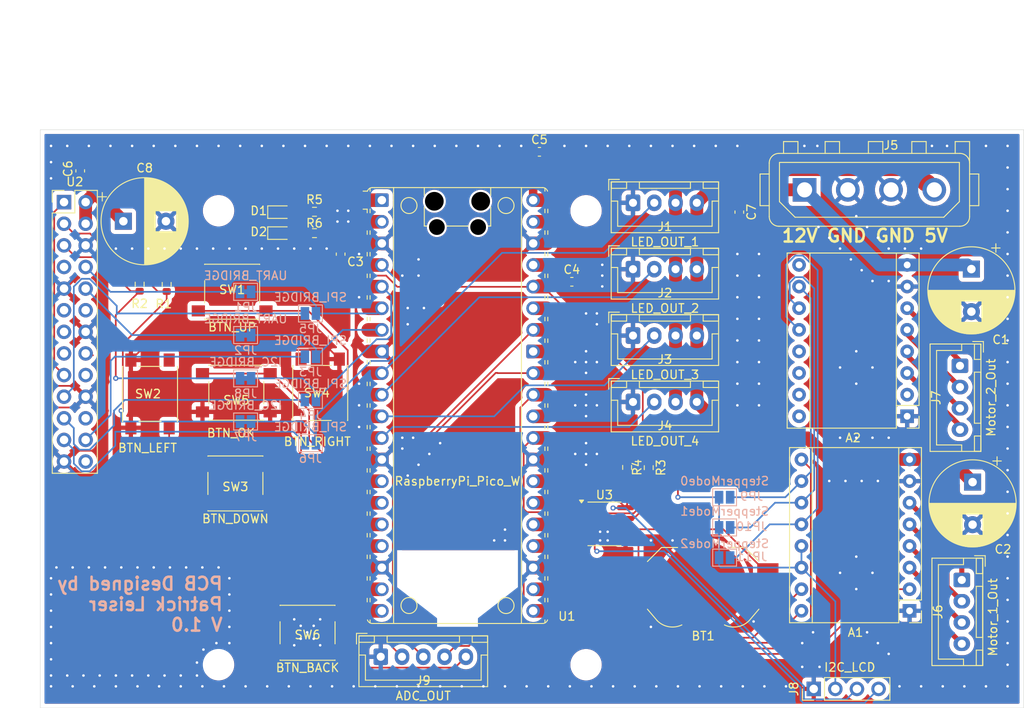
<source format=kicad_pcb>
(kicad_pcb (version 20241229) (generator "pcbnew") (generator_version "9.0")
  (layers (0 "F.Cu" signal) (2 "B.Cu" signal) (13 "F.Paste" user) (15 "B.Paste" user) (5 "F.SilkS" user "F.Silkscreen") (7 "B.SilkS" user "B.Silkscreen") (1 "F.Mask" user) (3 "B.Mask" user) (25 "Edge.Cuts" user))
  (net 0 "")
  (net 1 "GND")
  (net 2 "step1_step")
  (net 3 "step1_enable")
  (net 10 "Net-(JP1-A)")
  (net 11 "Net-(JP2-A)")
  (net 12 "Net-(JP3-A)")
  (net 13 "Net-(JP4-A)")
  (net 14 "Net-(JP5-A)")
  (net 15 "Net-(JP6-A)")
  (net 16 "Net-(JP7-A)")
  (net 17 "+5V")
  (net 18 "Net-(JP8-A)")
  (net 24 "Net-(U2-3V3-Pad1)")
  (net 27 "unconnected-(U2-GPIO23-Pad16)")
  (net 29 "Net-(JP1-B)")
  (net 30 "Net-(JP2-B)")
  (net 31 "Net-(JP4-B)")
  (net 32 "Net-(JP6-B)")
  (net 33 "+3V3")
  (net 34 "Net-(U1-GPIO22)")
  (net 35 "Net-(J8-Pin_3)")
  (net 36 "Net-(U1-GPIO10)")
  (net 38 "Net-(BT1-+)")
  (net 41 "Net-(U1-GPIO0)")
  (net 43 "step1_fault")
  (net 45 "step1_direction")
  (net 46 "Net-(U1-GPIO11)")
  (net 47 "Net-(U1-GPIO12)")
  (net 48 "Net-(U1-GPIO13)")
  (net 49 "Net-(U1-GPIO14)")
  (net 50 "Net-(J9-Pin_3)")
  (net 51 "Net-(J9-Pin_2)")
  (net 53 "Net-(J9-Pin_4)")
  (net 54 "Net-(D1-A)")
  (net 56 "Net-(U1-GPIO15)")
  (net 57 "Net-(J8-Pin_4)")
  (net 58 "Net-(J1-Pin_2)")
  (net 59 "Net-(J2-Pin_2)")
  (net 60 "Net-(A1-M2)")
  (net 61 "Net-(A1-M1)")
  (net 62 "Net-(A1-M0)")
  (net 63 "+12V")
  (net 64 "Net-(J3-Pin_2)")
  (net 65 "Net-(J4-Pin_2)")
  (net 66 "Net-(D2-A)")
  (net 67 "Net-(U1-GPIO1)")
  (net 68 "Net-(A1-A2)")
  (net 69 "Net-(A1-A1)")
  (net 70 "Net-(A1-B2)")
  (net 71 "Net-(A1-B1)")
  (net 72 "Net-(A2-B1)")
  (net 73 "Net-(A2-A2)")
  (net 74 "Net-(A2-B2)")
  (net 75 "Net-(A2-A1)")
  (footprint "LED_SMD:LED_0603_1608Metric" (layer "F.Cu") (at 83.46 104.3)
    (property "Reference" "D1" (at -2.54 -0.16 0) (layer "F.SilkS"))
    (property "Value" "LED_Small" (hide yes))
    (pad "1" smd roundrect (at -0.7875 0) (size 0.875 0.95) (layers "F.Cu" "F.Mask" "F.Paste") (net 1 "GND"))
    (pad "2" smd roundrect (at 0.7875 0) (size 0.875 0.95) (layers "F.Cu" "F.Mask" "F.Paste") (net 54 "Net-(D1-A)"))
  )
  (footprint "Connector_TE-Connectivity:TE_MATE-N-LOK_350211-1_1x04_P5.08mm_Vertical" (layer "F.Cu") (at 145.055 101.68)
    (property "Reference" "J5" (at 10.16 -5.23 0) (layer "F.SilkS"))
    (property "Value" "POWER_IN")
    (pad "1" thru_hole rect (at 0 0) (size 2.78 2.78) (drill 1.78) (layers "*.Cu" "*.Mask") (net 63 "+12V"))
    (pad "2" thru_hole circle (at 5.08 0) (size 2.78 2.78) (drill 1.78) (layers "*.Cu" "*.Mask") (net 1 "GND"))
    (pad "3" thru_hole circle (at 10.16 0) (size 2.78 2.78) (drill 1.78) (layers "*.Cu" "*.Mask") (net 1 "GND"))
    (pad "4" thru_hole circle (at 15.24 0) (size 2.78 2.78) (drill 1.78) (layers "*.Cu" "*.Mask") (net 17 "+5V"))
  )
  (footprint "Capacitor_THT:CP_Radial_D10.0mm_P5.00mm" (layer "F.Cu") (at 65.014646 105.37)
    (property "Reference" "C8" (at 2.5 -6.25 0) (layer "F.SilkS"))
    (property "Value" "100µF")
    (pad "1" thru_hole rect (at 0 0) (size 2 2) (drill 1) (layers "*.Cu" "*.Mask") (net 17 "+5V"))
    (pad "2" thru_hole circle (at 5 0) (size 2 2) (drill 1) (layers "*.Cu" "*.Mask") (net 1 "GND"))
  )
  (footprint "LED_SMD:LED_0603_1608Metric" (layer "F.Cu") (at 83.46 106.763)
    (property "Reference" "D2" (at -2.54 -0.16 0) (layer "F.SilkS"))
    (property "Value" "LED_Small" (hide yes))
    (pad "1" smd roundrect (at -0.7875 0) (size 0.875 0.95) (layers "F.Cu" "F.Mask" "F.Paste") (net 1 "GND"))
    (pad "2" smd roundrect (at 0.7875 0) (size 0.875 0.95) (layers "F.Cu" "F.Mask" "F.Paste") (net 66 "Net-(D2-A)"))
  )
  (footprint "Resistor_SMD:R_0603_1608Metric" (layer "F.Cu") (at 66.928 112.765 -90)
    (property "Reference" "R2" (at 2.2904 0.01 180) (layer "F.SilkS"))
    (property "Value" "R")
    (pad "1" smd roundrect (at -0.825 0 270) (size 0.8 0.95) (layers "F.Cu" "F.Mask" "F.Paste") (net 33 "+3V3"))
    (pad "2" smd roundrect (at 0.825 0 270) (size 0.8 0.95) (layers "F.Cu" "F.Mask" "F.Paste") (net 18 "Net-(JP8-A)"))
  )
  (footprint "Connector_JST:JST_XH_B4B-XH-A_1x04_P2.50mm_Vertical" (layer "F.Cu") (at 124.895 111.005)
    (property "Reference" "J2" (at 3.75 2.8 0) (layer "F.SilkS"))
    (property "Value" "LED_OUT_2" (at 3.75 4.6 0) (layer "F.SilkS"))
    (pad "1" thru_hole roundrect (at 0 0) (size 1.7 1.95) (drill 0.95) (layers "*.Cu" "*.Mask") (roundrect_rratio 0.147059) (net 1 "GND"))
    (pad "2" thru_hole oval (at 2.5 0) (size 1.7 1.95) (drill 0.95) (layers "*.Cu" "*.Mask") (net 59 "Net-(J2-Pin_2)"))
    (pad "3" thru_hole oval (at 5 0) (size 1.7 1.95) (drill 0.95) (layers "*.Cu" "*.Mask") (net 17 "+5V"))
    (pad "4" thru_hole oval (at 7.5 0) (size 1.7 1.95) (drill 0.95) (layers "*.Cu" "*.Mask") (net 63 "+12V"))
  )
  (footprint "Capacitor_SMD:C_0603_1608Metric" (layer "F.Cu") (at 117.71 112.485)
    (property "Reference" "C4" (at 0 -1.43 0) (layer "F.SilkS"))
    (property "Value" "C")
    (pad "1" smd roundrect (at -0.775 0) (size 0.9 0.95) (layers "F.Cu" "F.Mask" "F.Paste") (net 33 "+3V3"))
    (pad "2" smd roundrect (at 0.775 0) (size 0.9 0.95) (layers "F.Cu" "F.Mask" "F.Paste") (net 1 "GND"))
  )
  (footprint "Module:Pololu_Breakout-16_15.2x20.3mm" (layer "F.Cu") (at 157.39 151.145 180)
    (property "Reference" "A1" (at 6.35 -2.54 0) (layer "F.SilkS"))
    (property "Value" "Pololu_Breakout_DRV8825")
    (pad "1" thru_hole rect (at 0 0 180) (size 1.6 1.6) (drill 0.8) (layers "*.Cu" "*.Mask") (net 1 "GND"))
    (pad "2" thru_hole oval (at 0 2.54 180) (size 1.6 1.6) (drill 0.8) (layers "*.Cu" "*.Mask") (net 43 "step1_fault"))
    (pad "3" thru_hole oval (at 0 5.08 180) (size 1.6 1.6) (drill 0.8) (layers "*.Cu" "*.Mask") (net 68 "Net-(A1-A2)"))
    (pad "4" thru_hole oval (at 0 7.62 180) (size 1.6 1.6) (drill 0.8) (layers "*.Cu" "*.Mask") (net 69 "Net-(A1-A1)"))
    (pad "5" thru_hole oval (at 0 10.16 180) (size 1.6 1.6) (drill 0.8) (layers "*.Cu" "*.Mask") (net 71 "Net-(A1-B1)"))
    (pad "6" thru_hole oval (at 0 12.7 180) (size 1.6 1.6) (drill 0.8) (layers "*.Cu" "*.Mask") (net 70 "Net-(A1-B2)"))
    (pad "7" thru_hole oval (at 0 15.24 180) (size 1.6 1.6) (drill 0.8) (layers "*.Cu" "*.Mask") (net 1 "GND"))
    (pad "8" thru_hole oval (at 0 17.78 180) (size 1.6 1.6) (drill 0.8) (layers "*.Cu" "*.Mask") (net 63 "+12V"))
    (pad "9" thru_hole oval (at 12.7 17.78 180) (size 1.6 1.6) (drill 0.8) (layers "*.Cu" "*.Mask") (net 3 "step1_enable"))
    (pad "10" thru_hole oval (at 12.7 15.24 180) (size 1.6 1.6) (drill 0.8) (layers "*.Cu" "*.Mask") (net 62 "Net-(A1-M0)"))
    (pad "11" thru_hole oval (at 12.7 12.7 180) (size 1.6 1.6) (drill 0.8) (layers "*.Cu" "*.Mask") (net 61 "Net-(A1-M1)"))
    (pad "12" thru_hole oval (at 12.7 10.16 180) (size 1.6 1.6) (drill 0.8) (layers "*.Cu" "*.Mask") (net 60 "Net-(A1-M2)"))
    (pad "13" thru_hole oval (at 12.7 7.62 180) (size 1.6 1.6) (drill 0.8) (layers "*.Cu" "*.Mask") (net 33 "+3V3"))
    (pad "14" thru_hole oval (at 12.7 5.08 180) (size 1.6 1.6) (drill 0.8) (layers "*.Cu" "*.Mask") (net 33 "+3V3"))
    (pad "15" thru_hole oval (at 12.7 2.54 180) (size 1.6 1.6) (drill 0.8) (layers "*.Cu" "*.Mask") (net 2 "step1_step"))
    (pad "16" thru_hole oval (at 12.7 0 180) (size 1.6 1.6) (drill 0.8) (layers "*.Cu" "*.Mask") (net 45 "step1_direction"))
  )
  (footprint "Capacitor_THT:CP_Radial_D10.0mm_P5.00mm" (layer "F.Cu") (at 164.797 136.022133 -90)
    (property "Reference" "C2" (at 7.890867 -3.570133 0) (layer "F.SilkS"))
    (property "Value" "100µF")
    (pad "1" thru_hole rect (at 0 0 270) (size 2 2) (drill 1) (layers "*.Cu" "*.Mask") (net 63 "+12V"))
    (pad "2" thru_hole circle (at 5 0 270) (size 2 2) (drill 1) (layers "*.Cu" "*.Mask") (net 1 "GND"))
  )
  (footprint "RaspberryPi_Pico:RaspberryPi_Pico_Common" (layer "F.Cu") (at 104.275 127.025)
    (property "Reference" "U1" (at 11.7475 24.765 0) (layer "F.SilkS") (effects (justify left)))
    (property "Value" "RaspberryPi_Pico_W" (at 0 8.89 0) (layer "F.SilkS"))
    (pad "" np_thru_hole circle (at -2.725 -24) (size 2.2 2.2) (drill 2.2) (layers "*.Mask"))
    (pad "" np_thru_hole circle (at -2.425 -20.97) (size 1.85 1.85) (drill 1.85) (layers "*.Mask"))
    (pad "" np_thru_hole circle (at 2.425 -20.97) (size 1.85 1.85) (drill 1.85) (layers "*.Mask"))
    (pad "" np_thru_hole circle (at 2.725 -24) (size 2.2 2.2) (drill 2.2) (layers "*.Mask"))
    (pad "1" thru_hole roundrect (at -8.89 -24.13) (size 1.6 1.6) (drill 1) (layers "*.Cu" "*.Mask") (roundrect_rratio 0.125) (net 41 "Net-(U1-GPIO0)"))
    (pad "1" smd custom (at -8.89 -24.13) (size 1.6 1.6) (layers "F.Cu" "F.Mask") (net 41 "Net-(U1-GPIO0)") (options (clearance outline) (anchor circle)) (primitives (gr_poly (pts (xy -2.4 0.6) (xy -2.4 -0.6) (xy -2.2 -0.8) (xy 0 -0.8) (xy 0 0.8) (xy -2.2 0.8)) (width 0) (fill yes)) (gr_circle (center -2.2 0.6) (end -2 0.6) (width 0) (fill yes)) (gr_circle (center -2.2 -0.6) (end -2 -0.6) (width 0) (fill yes))))
    (pad "2" thru_hole circle (at -8.89 -21.59) (size 1.6 1.6) (drill 1) (layers "*.Cu" "*.Mask") (net 67 "Net-(U1-GPIO1)"))
    (pad "2" smd roundrect (at -8.89 -21.59) (size 3.2 1.6) (drill (offset -0.8 0)) (layers "F.Cu" "F.Mask") (roundrect_rratio 0.5) (net 67 "Net-(U1-GPIO1)"))
    (pad "3" smd custom (at -8.89 -19.05) (size 1.6 1.6) (layers "F.Cu" "F.Mask") (net 1 "GND") (options (clearance outline) (anchor circle)) (primitives (gr_poly (pts (xy 0.8 -0.6) (xy 0.8 0.6) (xy 0.6 0.8) (xy -1.6 0.8) (xy -1.6 -0.8) (xy 0.6 -0.8)) (width 0) (fill yes)) (gr_circle (center 0.6 0.6) (end 0.8 0.6) (width 0) (fill yes)) (gr_circle (center 0.6 -0.6) (end 0.8 -0.6) (width 0) (fill yes)) (gr_circle (center -1.6 0) (end -0.8 0) (width 0) (fill yes))))
    (pad "3" thru_hole custom (at -8.89 -19.05) (size 1.6 1.6) (drill 1) (layers "*.Cu" "*.Mask") (net 1 "GND") (options (clearance outline) (anchor circle)) (primitives (gr_poly (pts (xy 0.8 0.6) (xy 0.8 -0.6) (xy 0.6 -0.8) (xy 0 -0.8) (xy 0 0.8) (xy 0.6 0.8)) (width 0) (fill yes)) (gr_circle (center 0.6 0.6) (end 0.8 0.6) (width 0) (fill yes)) (gr_circle (center 0.6 -0.6) (end 0.8 -0.6) (width 0) (fill yes))))
    (pad "4" thru_hole circle (at -8.89 -16.51) (size 1.6 1.6) (drill 1) (layers "*.Cu" "*.Mask") (net 32 "Net-(JP6-B)"))
    (pad "4" smd roundrect (at -8.89 -16.51) (size 3.2 1.6) (drill (offset -0.8 0)) (layers "F.Cu" "F.Mask") (roundrect_rratio 0.5) (net 32 "Net-(JP6-B)"))
    (pad "5" thru_hole circle (at -8.89 -13.97) (size 1.6 1.6) (drill 1) (layers "*.Cu" "*.Mask") (net 31 "Net-(JP4-B)"))
    (pad "5" smd roundrect (at -8.89 -13.97) (size 3.2 1.6) (drill (offset -0.8 0)) (layers "F.Cu" "F.Mask") (roundrect_rratio 0.5) (net 31 "Net-(JP4-B)"))
    (pad "6" thru_hole circle (at -8.89 -11.43) (size 1.6 1.6) (drill 1) (layers "*.Cu" "*.Mask") (net 29 "Net-(JP1-B)"))
    (pad "6" smd roundrect (at -8.89 -11.43) (size 3.2 1.6) (drill (offset -0.8 0)) (layers "F.Cu" "F.Mask") (roundrect_rratio 0.5) (net 29 "Net-(JP1-B)"))
    (pad "7" thru_hole circle (at -8.89 -8.89) (size 1.6 1.6) (drill 1) (layers "*.Cu" "*.Mask") (net 30 "Net-(JP2-B)"))
    (pad "7" smd roundrect (at -8.89 -8.89) (size 3.2 1.6) (drill (offset -0.8 0)) (layers "F.Cu" "F.Mask") (roundrect_rratio 0.5) (net 30 "Net-(JP2-B)"))
    (pad "8" smd custom (at -8.89 -6.35) (size 1.6 1.6) (layers "F.Cu" "F.Mask") (net 1 "GND") (options (clearance outline) (anchor circle)) (primitives (gr_poly (pts (xy 0.8 -0.6) (xy 0.8 0.6) (xy 0.6 0.8) (xy -1.6 0.8) (xy -1.6 -0.8) (xy 0.6 -0.8)) (width 0) (fill yes)) (gr_circle (center 0.6 0.6) (end 0.8 0.6) (width 0) (fill yes)) (gr_circle (center 0.6 -0.6) (end 0.8 -0.6) (width 0) (fill yes)) (gr_circle (center -1.6 0) (end -0.8 0) (width 0) (fill yes))))
    (pad "8" thru_hole custom (at -8.89 -6.35) (size 1.6 1.6) (drill 1) (layers "*.Cu" "*.Mask") (net 1 "GND") (options (clearance outline) (anchor circle)) (primitives (gr_poly (pts (xy 0.8 0.6) (xy 0.8 -0.6) (xy 0.6 -0.8) (xy 0 -0.8) (xy 0 0.8) (xy 0.6 0.8)) (width 0) (fill yes)) (gr_circle (center 0.6 0.6) (end 0.8 0.6) (width 0) (fill yes)) (gr_circle (center 0.6 -0.6) (end 0.8 -0.6) (width 0) (fill yes))))
    (pad "9" thru_hole circle (at -8.89 -3.81) (size 1.6 1.6) (drill 1) (layers "*.Cu" "*.Mask") (net 58 "Net-(J1-Pin_2)"))
    (pad "9" smd roundrect (at -8.89 -3.81) (size 3.2 1.6) (drill (offset -0.8 0)) (layers "F.Cu" "F.Mask") (roundrect_rratio 0.5) (net 58 "Net-(J1-Pin_2)"))
    (pad "10" thru_hole circle (at -8.89 -1.27) (size 1.6 1.6) (drill 1) (layers "*.Cu" "*.Mask") (net 59 "Net-(J2-Pin_2)"))
    (pad "10" smd roundrect (at -8.89 -1.27) (size 3.2 1.6) (drill (offset -0.8 0)) (layers "F.Cu" "F.Mask") (roundrect_rratio 0.5) (net 59 "Net-(J2-Pin_2)"))
    (pad "11" thru_hole circle (at -8.89 1.27) (size 1.6 1.6) (drill 1) (layers "*.Cu" "*.Mask") (net 64 "Net-(J3-Pin_2)"))
    (pad "11" smd roundrect (at -8.89 1.27) (size 3.2 1.6) (drill (offset -0.8 0)) (layers "F.Cu" "F.Mask") (roundrect_rratio 0.5) (net 64 "Net-(J3-Pin_2)"))
    (pad "12" thru_hole circle (at -8.89 3.81) (size 1.6 1.6) (drill 1) (layers "*.Cu" "*.Mask") (net 65 "Net-(J4-Pin_2)"))
    (pad "12" smd roundrect (at -8.89 3.81) (size 3.2 1.6) (drill (offset -0.8 0)) (layers "F.Cu" "F.Mask") (roundrect_rratio 0.5) (net 65 "Net-(J4-Pin_2)"))
    (pad "13" smd custom (at -8.89 6.35) (size 1.6 1.6) (layers "F.Cu" "F.Mask") (net 1 "GND") (options (clearance outline) (anchor circle)) (primitives (gr_poly (pts (xy 0.8 -0.6) (xy 0.8 0.6) (xy 0.6 0.8) (xy -1.6 0.8) (xy -1.6 -0.8) (xy 0.6 -0.8)) (width 0) (fill yes)) (gr_circle (center 0.6 0.6) (end 0.8 0.6) (width 0) (fill yes)) (gr_circle (center 0.6 -0.6) (end 0.8 -0.6) (width 0) (fill yes)) (gr_circle (center -1.6 0) (end -0.8 0) (width 0) (fill yes))))
    (pad "13" thru_hole custom (at -8.89 6.35) (size 1.6 1.6) (drill 1) (layers "*.Cu" "*.Mask") (net 1 "GND") (options (clearance outline) (anchor circle)) (primitives (gr_poly (pts (xy 0.8 0.6) (xy 0.8 -0.6) (xy 0.6 -0.8) (xy 0 -0.8) (xy 0 0.8) (xy 0.6 0.8)) (width 0) (fill yes)) (gr_circle (center 0.6 0.6) (end 0.8 0.6) (width 0) (fill yes)) (gr_circle (center 0.6 -0.6) (end 0.8 -0.6) (width 0) (fill yes))))
    (pad "14" thru_hole circle (at -8.89 8.89) (size 1.6 1.6) (drill 1) (layers "*.Cu" "*.Mask") (net 36 "Net-(U1-GPIO10)"))
    (pad "14" smd roundrect (at -8.89 8.89) (size 3.2 1.6) (drill (offset -0.8 0)) (layers "F.Cu" "F.Mask") (roundrect_rratio 0.5) (net 36 "Net-(U1-GPIO10)"))
    (pad "15" thru_hole circle (at -8.89 11.43) (size 1.6 1.6) (drill 1) (layers "*.Cu" "*.Mask") (net 46 "Net-(U1-GPIO11)"))
    (pad "15" smd roundrect (at -8.89 11.43) (size 3.2 1.6) (drill (offset -0.8 0)) (layers "F.Cu" "F.Mask") (roundrect_rratio 0.5) (net 46 "Net-(U1-GPIO11)"))
    (pad "16" thru_hole circle (at -8.89 13.97) (size 1.6 1.6) (drill 1) (layers "*.Cu" "*.Mask") (net 47 "Net-(U1-GPIO12)"))
    (pad "16" smd roundrect (at -8.89 13.97) (size 3.2 1.6) (drill (offset -0.8 0)) (layers "F.Cu" "F.Mask") (roundrect_rratio 0.5) (net 47 "Net-(U1-GPIO12)"))
    (pad "17" thru_hole circle (at -8.89 16.51) (size 1.6 1.6) (drill 1) (layers "*.Cu" "*.Mask") (net 48 "Net-(U1-GPIO13)"))
    (pad "17" smd roundrect (at -8.89 16.51) (size 3.2 1.6) (drill (offset -0.8 0)) (layers "F.Cu" "F.Mask") (roundrect_rratio 0.5) (net 48 "Net-(U1-GPIO13)"))
    (pad "18" smd custom (at -8.89 19.05) (size 1.6 1.6) (layers "F.Cu" "F.Mask") (net 1 "GND") (options (clearance outline) (anchor circle)) (primitives (gr_poly (pts (xy 0.8 -0.6) (xy 0.8 0.6) (xy 0.6 0.8) (xy -1.6 0.8) (xy -1.6 -0.8) (xy 0.6 -0.8)) (width 0) (fill yes)) (gr_circle (center 0.6 0.6) (end 0.8 0.6) (width 0) (fill yes)) (gr_circle (center 0.6 -0.6) (end 0.8 -0.6) (width 0) (fill yes)) (gr_circle (center -1.6 0) (end -0.8 0) (width 0) (fill yes))))
    (pad "18" thru_hole custom (at -8.89 19.05) (size 1.6 1.6) (drill 1) (layers "*.Cu" "*.Mask") (net 1 "GND") (options (clearance outline) (anchor circle)) (primitives (gr_poly (pts (xy 0.8 0.6) (xy 0.8 -0.6) (xy 0.6 -0.8) (xy 0 -0.8) (xy 0 0.8) (xy 0.6 0.8)) (width 0) (fill yes)) (gr_circle (center 0.6 0.6) (end 0.8 0.6) (width 0) (fill yes)) (gr_circle (center 0.6 -0.6) (end 0.8 -0.6) (width 0) (fill yes))))
    (pad "19" thru_hole circle (at -8.89 21.59) (size 1.6 1.6) (drill 1) (layers "*.Cu" "*.Mask") (net 49 "Net-(U1-GPIO14)"))
    (pad "19" smd roundrect (at -8.89 21.59) (size 3.2 1.6) (drill (offset -0.8 0)) (layers "F.Cu" "F.Mask") (roundrect_rratio 0.5) (net 49 "Net-(U1-GPIO14)"))
    (pad "20" thru_hole circle (at -8.89 24.13) (size 1.6 1.6) (drill 1) (layers "*.Cu" "*.Mask") (net 56 "Net-(U1-GPIO15)"))
    (pad "20" smd roundrect (at -8.89 24.13) (size 3.2 1.6) (drill (offset -0.8 0)) (layers "F.Cu" "F.Mask") (roundrect_rratio 0.5) (net 56 "Net-(U1-GPIO15)"))
    (pad "21" thru_hole circle (at 8.89 24.13) (size 1.6 1.6) (drill 1) (layers "*.Cu" "*.Mask") (net 43 "step1_fault"))
    (pad "21" smd roundrect (at 8.89 24.13) (size 3.2 1.6) (drill (offset 0.8 0)) (layers "F.Cu" "F.Mask") (roundrect_rratio 0.5) (net 43 "step1_fault"))
    (pad "22" thru_hole circle (at 8.89 21.59) (size 1.6 1.6) (drill 1) (layers "*.Cu" "*.Mask") (net 3 "step1_enable"))
    (pad "22" smd roundrect (at 8.89 21.59) (size 3.2 1.6) (drill (offset 0.8 0)) (layers "F.Cu" "F.Mask") (roundrect_rratio 0.5) (net 3 "step1_enable"))
    (pad "23" smd custom (at 8.89 19.05) (size 1.6 1.6) (layers "F.Cu" "F.Mask") (net 1 "GND") (options (clearance outline) (anchor circle)) (primitives (gr_poly (pts (xy -0.8 -0.6) (xy -0.8 0.6) (xy -0.6 0.8) (xy 1.6 0.8) (xy 1.6 -0.8) (xy -0.6 -0.8)) (width 0) (fill yes)) (gr_circle (center -0.6 0.6) (end -0.4 0.6) (width 0) (fill yes)) (gr_circle (center -0.6 -0.6) (end -0.4 -0.6) (width 0) (fill yes)) (gr_circle (center 1.6 0) (end 2.4 0) (width 0) (fill yes))))
    (pad "23" thru_hole custom (at 8.89 19.05) (size 1.6 1.6) (drill 1) (layers "*.Cu" "*.Mask") (net 1 "GND") (options (clearance outline) (anchor circle)) (primitives (gr_poly (pts (xy -0.8 0.6) (xy -0.8 -0.6) (xy -0.6 -0.8) (xy 0 -0.8) (xy 0 0.8) (xy -0.6 0.8)) (width 0) (fill yes)) (gr_circle (center -0.6 0.6) (end -0.4 0.6) (width 0) (fill yes)) (gr_circle (center -0.6 -0.6) (end -0.4 -0.6) (width 0) (fill yes))))
    (pad "24" thru_hole circle (at 8.89 16.51) (size 1.6 1.6) (drill 1) (layers "*.Cu" "*.Mask") (net 45 "step1_direction"))
    (pad "24" smd roundrect (at 8.89 16.51) (size 3.2 1.6) (drill (offset 0.8 0)) (layers "F.Cu" "F.Mask") (roundrect_rratio 0.5) (net 45 "step1_direction"))
    (pad "25" thru_hole circle (at 8.89 13.97) (size 1.6 1.6) (drill 1) (layers "*.Cu" "*.Mask") (net 2 "step1_step"))
    (pad "25" smd roundrect (at 8.89 13.97) (size 3.2 1.6) (drill (offset 0.8 0)) (layers "F.Cu" "F.Mask") (roundrect_rratio 0.5) (net 2 "step1_step"))
    (pad "26" thru_hole circle (at 8.89 11.43) (size 1.6 1.6) (drill 1) (layers "*.Cu" "*.Mask") (net 57 "Net-(J8-Pin_4)"))
    (pad "26" smd roundrect (at 8.89 11.43) (size 3.2 1.6) (drill (offset 0.8 0)) (layers "F.Cu" "F.Mask") (roundrect_rratio 0.5) (net 57 "Net-(J8-Pin_4)"))
    (pad "27" thru_hole circle (at 8.89 8.89) (size 1.6 1.6) (drill 1) (layers "*.Cu" "*.Mask") (net 35 "Net-(J8-Pin_3)"))
    (pad "27" smd roundrect (at 8.89 8.89) (size 3.2 1.6) (drill (offset 0.8 0)) (layers "F.Cu" "F.Mask") (roundrect_rratio 0.5) (net 35 "Net-(J8-Pin_3)"))
    (pad "28" smd custom (at 8.89 6.35) (size 1.6 1.6) (layers "F.Cu" "F.Mask") (net 1 "GND") (options (clearance outline) (anchor circle)) (primitives (gr_poly (pts (xy -0.8 -0.6) (xy -0.8 0.6) (xy -0.6 0.8) (xy 1.6 0.8) (xy 1.6 -0.8) (xy -0.6 -0.8)) (width 0) (fill yes)) (gr_circle (center -0.6 0.6) (end -0.4 0.6) (width 0) (fill yes)) (gr_circle (center -0.6 -0.6) (end -0.4 -0.6) (width 0) (fill yes)) (gr_circle (center 1.6 0) (end 2.4 0) (width 0) (fill yes))))
    (pad "28" thru_hole custom (at 8.89 6.35) (size 1.6 1.6) (drill 1) (layers "*.Cu" "*.Mask") (net 1 "GND") (options (clearance outline) (anchor circle)) (primitives (gr_poly (pts (xy -0.8 0.6) (xy -0.8 -0.6) (xy -0.6 -0.8) (xy 0 -0.8) (xy 0 0.8) (xy -0.6 0.8)) (width 0) (fill yes)) (gr_circle (center -0.6 0.6) (end -0.4 0.6) (width 0) (fill yes)) (gr_circle (center -0.6 -0.6) (end -0.4 -0.6) (width 0) (fill yes))))
    (pad "29" thru_hole circle (at 8.89 3.81) (size 1.6 1.6) (drill 1) (layers "*.Cu" "*.Mask") (net 34 "Net-(U1-GPIO22)"))
    (pad "29" smd roundrect (at 8.89 3.81) (size 3.2 1.6) (drill (offset 0.8 0)) (layers "F.Cu" "F.Mask") (roundrect_rratio 0.5) (net 34 "Net-(U1-GPIO22)"))
    (pad "30" thru_hole circle (at 8.89 1.27) (size 1.6 1.6) (drill 1) (layers "*.Cu" "*.Mask"))
    (pad "30" smd roundrect (at 8.89 1.27) (size 3.2 1.6) (drill (offset 0.8 0)) (layers "F.Cu" "F.Mask") (roundrect_rratio 0.5))
    (pad "31" thru_hole circle (at 8.89 -1.27) (size 1.6 1.6) (drill 1) (layers "*.Cu" "*.Mask") (net 53 "Net-(J9-Pin_4)"))
    (pad "31" smd roundrect (at 8.89 -1.27) (size 3.2 1.6) (drill (offset 0.8 0)) (layers "F.Cu" "F.Mask") (roundrect_rratio 0.5) (net 53 "Net-(J9-Pin_4)"))
    (pad "32" thru_hole circle (at 8.89 -3.81) (size 1.6 1.6) (drill 1) (layers "*.Cu" "*.Mask") (net 50 "Net-(J9-Pin_3)"))
    (pad "32" smd roundrect (at 8.89 -3.81) (size 3.2 1.6) (drill (offset 0.8 0)) (layers "F.Cu" "F.Mask") (roundrect_rratio 0.5) (net 50 "Net-(J9-Pin_3)"))
    (pad "33" smd custom (at 8.89 -6.35) (size 1.6 1.6) (layers "F.Cu" "F.Mask") (options (clearance outline) (anchor circle)) (primitives (gr_poly (pts (xy -0.8 -0.6) (xy -0.8 0.6) (xy -0.6 0.8) (xy 1.6 0.8) (xy 1.6 -0.8) (xy -0.6 -0.8)) (width 0) (fill yes)) (gr_circle (center -0.6 0.6) (end -0.4 0.6) (width 0) (fill yes)) (gr_circle (center -0.6 -0.6) (end -0.4 -0.6) (width 0) (fill yes)) (gr_circle (center 1.6 0) (end 2.4 0) (width 0) (fill yes))))
    (pad "33" thru_hole custom (at 8.89 -6.35) (size 1.6 1.6) (drill 1) (layers "*.Cu" "*.Mask") (options (clearance outline) (anchor circle)) (primitives (gr_poly (pts (xy -0.8 0.6) (xy -0.8 -0.6) (xy -0.6 -0.8) (xy 0 -0.8) (xy 0 0.8) (xy -0.6 0.8)) (width 0) (fill yes)) (gr_circle (center -0.6 0.6) (end -0.4 0.6) (width 0) (fill yes)) (gr_circle (center -0.6 -0.6) (end -0.4 -0.6) (width 0) (fill yes))))
    (pad "34" thru_hole circle (at 8.89 -8.89) (size 1.6 1.6) (drill 1) (layers "*.Cu" "*.Mask") (net 51 "Net-(J9-Pin_2)"))
    (pad "34" smd roundrect (at 8.89 -8.89) (size 3.2 1.6) (drill (offset 0.8 0)) (layers "F.Cu" "F.Mask") (roundrect_rratio 0.5) (net 51 "Net-(J9-Pin_2)"))
    (pad "35" thru_hole circle (at 8.89 -11.43) (size 1.6 1.6) (drill 1) (layers "*.Cu" "*.Mask"))
    (pad "35" smd roundrect (at 8.89 -11.43) (size 3.2 1.6) (drill (offset 0.8 0)) (layers "F.Cu" "F.Mask") (roundrect_rratio 0.5))
    (pad "36" thru_hole circle (at 8.89 -13.97) (size 1.6 1.6) (drill 1) (layers "*.Cu" "*.Mask") (net 33 "+3V3"))
    (pad "36" smd roundrect (at 8.89 -13.97) (size 3.2 1.6) (drill (offset 0.8 0)) (layers "F.Cu" "F.Mask") (roundrect_rratio 0.5) (net 33 "+3V3"))
    (pad "37" thru_hole circle (at 8.89 -16.51) (size 1.6 1.6) (drill 1) (layers "*.Cu" "*.Mask"))
    (pad "37" smd roundrect (at 8.89 -16.51) (size 3.2 1.6) (drill (offset 0.8 0)) (layers "F.Cu" "F.Mask") (roundrect_rratio 0.5))
    (pad "38" smd custom (at 8.89 -19.05) (size 1.6 1.6) (layers "F.Cu" "F.Mask") (net 1 "GND") (options (clearance outline) (anchor circle)) (primitives (gr_poly (pts (xy -0.8 -0.6) (xy -0.8 0.6) (xy -0.6 0.8) (xy 1.6 0.8) (xy 1.6 -0.8) (xy -0.6 -0.8)) (width 0) (fill yes)) (gr_circle (center -0.6 0.6) (end -0.4 0.6) (width 0) (fill yes)) (gr_circle (center -0.6 -0.6) (end -0.4 -0.6) (width 0) (fill yes)) (gr_circle (center 1.6 0) (end 2.4 0) (width 0) (fill yes))))
    (pad "38" thru_hole custom (at 8.89 -19.05) (size 1.6 1.6) (drill 1) (layers "*.Cu" "*.Mask") (net 1 "GND") (options (clearance outline) (anchor circle)) (primitives (gr_poly (pts (xy -0.8 0.6) (xy -0.8 -0.6) (xy -0.6 -0.8) (xy 0 -0.8) (xy 0 0.8) (xy -0.6 0.8)) (width 0) (fill yes)) (gr_circle (center -0.6 0.6) (end -0.4 0.6) (width 0) (fill yes)) (gr_circle (center -0.6 -0.6) (end -0.4 -0.6) (width 0) (fill yes))))
    (pad "39" thru_hole circle (at 8.89 -21.59) (size 1.6 1.6) (drill 1) (layers "*.Cu" "*.Mask"))
    (pad "39" smd roundrect (at 8.89 -21.59) (size 3.2 1.6) (drill (offset 0.8 0)) (layers "F.Cu" "F.Mask") (roundrect_rratio 0.5))
    (pad "40" thru_hole circle (at 8.89 -24.13) (size 1.6 1.6) (drill 1) (layers "*.Cu" "*.Mask") (net 17 "+5V"))
    (pad "40" smd roundrect (at 8.89 -24.13) (size 3.2 1.6) (drill (offset 0.8 0)) (layers "F.Cu" "F.Mask") (roundrect_rratio 0.5) (net 17 "+5V"))
    (zone (net 0) (net_name "") (layers "F.Cu" "B.Cu" "F.Paste" "B.Paste") (name "Antenna Copper Keep Out") (connect_pads (clearance 0)) (min_thickness 0.254)
      (keepout (tracks not_allowed) (vias not_allowed) (pads not_allowed) (copperpour not_allowed) (footprints allowed))
      (fill (thermal_gap 0.508) (thermal_bridge_width 0.508))
      (polygon (pts (xy 101.875 152.014895) (xy 97.175 148.364895) (xy 97.175 144.025) (xy 111.375 144.025) (xy 111.375 148.364895) (xy 106.675 152.014895) (xy 106.675 153.025) (xy 101.875 153.025)))
    )
    (zone (net 0) (net_name "") (layers "F.Cu" "F.Paste") (name "Pad Keep Out D1-W") (connect_pads (clearance 0)) (min_thickness 0.25)
      (keepout (tracks not_allowed) (vias not_allowed) (pads not_allowed) (copperpour not_allowed) (footprints allowed))
      (fill (thermal_gap 0.5) (thermal_bridge_width 0.5))
      (polygon (pts (xy 103.903778 131.825398) (xy 103.959498 131.769678) (xy 104.0323 131.739522) (xy 104.0717 131.7376) (xy 104.8591 131.7376) (xy 104.8591 133.7124) (xy 104.0717 133.7124) (xy 104.0323 133.710478) (xy 103.959498 133.680322) (xy 103.903778 133.624602) (xy 103.873622 133.5518) (xy 103.8717 133.5124) (xy 103.8717 131.9376) (xy 103.873622 131.8982)))
    )
    (zone (net 0) (net_name "") (layers "F.Cu" "F.Paste") (name "Pad Keep Out D1-W") (connect_pads (clearance 0)) (min_thickness 0.25)
      (keepout (tracks not_allowed) (vias not_allowed) (pads not_allowed) (copperpour not_allowed) (footprints allowed))
      (fill (thermal_gap 0.5) (thermal_bridge_width 0.5))
      (polygon (pts (xy 105.6465 133.7124) (xy 104.8591 133.7124) (xy 104.8591 131.7376) (xy 105.6465 131.7376) (xy 105.6859 131.739522) (xy 105.758702 131.769677) (xy 105.814423 131.825398) (xy 105.844578 131.8982) (xy 105.8465 131.9376) (xy 105.8465 133.5124) (xy 105.844578 133.5518) (xy 105.814423 133.624602) (xy 105.758702 133.680323) (xy 105.6859 133.710478)))
    )
    (zone (net 0) (net_name "") (layers "F.Cu" "F.Paste") (name "Pad Keep Out TP4") (connect_pads (clearance 0)) (min_thickness 0.25)
      (keepout (tracks not_allowed) (vias not_allowed) (pads not_allowed) (copperpour not_allowed) (footprints allowed))
      (fill (thermal_gap 0.5) (thermal_bridge_width 0.5))
      (polygon (pts (xy 101.259455 110.472861) (xy 101.132833 110.438932) (xy 101.019306 110.373388) (xy 100.926612 110.280694) (xy 100.861068 110.167167) (xy 100.827139 110.040545) (xy 100.825 109.975) (xy 100.825 109.525) (xy 102.725 109.525) (xy 102.725 109.975) (xy 102.722861 110.040545) (xy 102.688932 110.167167) (xy 102.623388 110.280694) (xy 102.530694 110.373388) (xy 102.417167 110.438932) (xy 102.290545 110.472861) (xy 102.225 110.475) (xy 101.325 110.475)))
    )
    (zone (net 0) (net_name "") (layers "F.Cu" "F.Paste") (name "Pad Keep Out TP5") (connect_pads (clearance 0)) (min_thickness 0.25)
      (keepout (tracks not_allowed) (vias not_allowed) (pads not_allowed) (copperpour not_allowed) (footprints allowed))
      (fill (thermal_gap 0.5) (thermal_bridge_width 0.5))
      (polygon (pts (xy 101.259455 112.972861) (xy 101.132833 112.938932) (xy 101.019306 112.873388) (xy 100.926612 112.780694) (xy 100.861068 112.667167) (xy 100.827139 112.540545) (xy 100.825 112.475) (xy 100.825 112.025) (xy 102.725 112.025) (xy 102.725 112.475) (xy 102.722861 112.540545) (xy 102.688932 112.667167) (xy 102.623388 112.780694) (xy 102.530694 112.873388) (xy 102.417167 112.938932) (xy 102.290545 112.972861) (xy 102.225 112.975) (xy 101.325 112.975)))
    )
    (zone (net 0) (net_name "") (layers "F.Cu" "F.Paste") (name "Pad Keep Out TP6") (connect_pads (clearance 0)) (min_thickness 0.25)
      (keepout (tracks not_allowed) (vias not_allowed) (pads not_allowed) (copperpour not_allowed) (footprints allowed))
      (fill (thermal_gap 0.5) (thermal_bridge_width 0.5))
      (polygon (pts (xy 101.259455 115.472861) (xy 101.132833 115.438932) (xy 101.019306 115.373388) (xy 100.926612 115.280694) (xy 100.861068 115.167167) (xy 100.827139 115.040545) (xy 100.825 114.975) (xy 100.825 114.525) (xy 102.725 114.525) (xy 102.725 114.975) (xy 102.722861 115.040545) (xy 102.688932 115.167167) (xy 102.623388 115.280694) (xy 102.530694 115.373388) (xy 102.417167 115.438932) (xy 102.290545 115.472861) (xy 102.225 115.475) (xy 101.325 115.475)))
    )
    (zone (net 0) (net_name "") (layers "F.Cu" "F.Paste") (name "Pad Keep Out TP3") (connect_pads (clearance 0)) (min_thickness 0.25)
      (keepout (tracks not_allowed) (vias not_allowed) (pads not_allowed) (copperpour not_allowed) (footprints allowed))
      (fill (thermal_gap 0.5) (thermal_bridge_width 0.5))
      (polygon (pts (xy 102.327139 102.209455) (xy 102.361068 102.082833) (xy 102.426612 101.969306) (xy 102.519306 101.876612) (xy 102.632833 101.811068) (xy 102.759455 101.777139) (xy 102.825 101.775) (xy 103.275 101.775) (xy 103.275 103.675) (xy 102.825 103.675) (xy 102.759455 103.672861) (xy 102.632833 103.638932) (xy 102.519306 103.573388) (xy 102.426612 103.480694) (xy 102.361068 103.367167) (xy 102.327139 103.240545) (xy 102.325 103.175) (xy 102.325 102.275)))
    )
    (zone (net 0) (net_name "") (layers "F.Cu" "F.Paste") (name "Pad Keep Out TP4") (connect_pads (clearance 0)) (min_thickness 0.25)
      (keepout (tracks not_allowed) (vias not_allowed) (pads not_allowed) (copperpour not_allowed) (footprints allowed))
      (fill (thermal_gap 0.5) (thermal_bridge_width 0.5))
      (polygon (pts (xy 102.725 109.525) (xy 102.725 109.075) (xy 102.722861 109.009455) (xy 102.688933 108.882833) (xy 102.623388 108.769306) (xy 102.530694 108.676612) (xy 102.417167 108.611067) (xy 102.290545 108.577139) (xy 102.225 108.575) (xy 101.325 108.575) (xy 101.259455 108.577139) (xy 101.132833 108.611067) (xy 101.019306 108.676612) (xy 100.926612 108.769306) (xy 100.861067 108.882833) (xy 100.827139 109.009455) (xy 100.825 109.075) (xy 100.825 109.525)))
    )
    (zone (net 0) (net_name "") (layers "F.Cu" "F.Paste") (name "Pad Keep Out TP5") (connect_pads (clearance 0)) (min_thickness 0.25)
      (keepout (tracks not_allowed) (vias not_allowed) (pads not_allowed) (copperpour not_allowed) (footprints allowed))
      (fill (thermal_gap 0.5) (thermal_bridge_width 0.5))
      (polygon (pts (xy 102.725 112.025) (xy 102.725 111.575) (xy 102.722861 111.509455) (xy 102.688933 111.382833) (xy 102.623388 111.269306) (xy 102.530694 111.176612) (xy 102.417167 111.111067) (xy 102.290545 111.077139) (xy 102.225 111.075) (xy 101.325 111.075) (xy 101.259455 111.077139) (xy 101.132833 111.111067) (xy 101.019306 111.176612) (xy 100.926612 111.269306) (xy 100.861067 111.382833) (xy 100.827139 111.509455) (xy 100.825 111.575) (xy 100.825 112.025)))
    )
    (zone (net 0) (net_name "") (layers "F.Cu" "F.Paste") (name "Pad Keep Out TP6") (connect_pads (clearance 0)) (min_thickness 0.25)
      (keepout (tracks not_allowed) (vias not_allowed) (pads not_allowed) (copperpour not_allowed) (footprints allowed))
      (fill (thermal_gap 0.5) (thermal_bridge_width 0.5))
      (polygon (pts (xy 102.725 114.525) (xy 102.725 114.075) (xy 102.722861 114.009455) (xy 102.688933 113.882833) (xy 102.623388 113.769306) (xy 102.530694 113.676612) (xy 102.417167 113.611067) (xy 102.290545 113.577139) (xy 102.225 113.575) (xy 101.325 113.575) (xy 101.259455 113.577139) (xy 101.132833 113.611067) (xy 101.019306 113.676612) (xy 100.926612 113.769306) (xy 100.861067 113.882833) (xy 100.827139 114.009455) (xy 100.825 114.075) (xy 100.825 114.525)))
    )
    (zone (net 0) (net_name "") (layers "F.Cu" "F.Paste") (name "Pad Keep Out TP3") (connect_pads (clearance 0)) (min_thickness 0.25)
      (keepout (tracks not_allowed) (vias not_allowed) (pads not_allowed) (copperpour not_allowed) (footprints allowed))
      (fill (thermal_gap 0.5) (thermal_bridge_width 0.5))
      (polygon (pts (xy 103.275 103.675) (xy 103.725 103.675) (xy 103.790545 103.672861) (xy 103.917167 103.638933) (xy 104.030694 103.573388) (xy 104.123388 103.480694) (xy 104.188933 103.367167) (xy 104.222861 103.240545) (xy 104.225 103.175) (xy 104.225 102.275) (xy 104.222861 102.209455) (xy 104.188933 102.082833) (xy 104.123388 101.969306) (xy 104.030694 101.876612) (xy 103.917167 101.811067) (xy 103.790545 101.777139) (xy 103.725 101.775) (xy 103.275 101.775)))
    )
    (zone (net 0) (net_name "") (layers "F.Cu" "F.Paste") (name "Pad Keep Out TP1") (connect_pads (clearance 0)) (min_thickness 0.25)
      (keepout (tracks not_allowed) (vias not_allowed) (pads not_allowed) (copperpour not_allowed) (footprints allowed))
      (fill (thermal_gap 0.5) (thermal_bridge_width 0.5))
      (polygon (pts (xy 103.327139 105.509455) (xy 103.361068 105.382833) (xy 103.426612 105.269306) (xy 103.519306 105.176612) (xy 103.632833 105.111068) (xy 103.759455 105.077139) (xy 103.825 105.075) (xy 104.275 105.075) (xy 104.275 106.975) (xy 103.825 106.975) (xy 103.759455 106.972861) (xy 103.632833 106.938932) (xy 103.519306 106.873388) (xy 103.426612 106.780694) (xy 103.361068 106.667167) (xy 103.327139 106.540545) (xy 103.325 106.475) (xy 103.325 105.575)))
    )
    (zone (net 0) (net_name "") (layers "F.Cu" "F.Paste") (name "Pad Keep Out TP1") (connect_pads (clearance 0)) (min_thickness 0.25)
      (keepout (tracks not_allowed) (vias not_allowed) (pads not_allowed) (copperpour not_allowed) (footprints allowed))
      (fill (thermal_gap 0.5) (thermal_bridge_width 0.5))
      (polygon (pts (xy 104.275 106.975) (xy 104.725 106.975) (xy 104.790545 106.972861) (xy 104.917167 106.938933) (xy 105.030694 106.873388) (xy 105.123388 106.780694) (xy 105.188933 106.667167) (xy 105.222861 106.540545) (xy 105.225 106.475) (xy 105.225 105.575) (xy 105.222861 105.509455) (xy 105.188933 105.382833) (xy 105.123388 105.269306) (xy 105.030694 105.176612) (xy 104.917167 105.111067) (xy 104.790545 105.077139) (xy 104.725 105.075) (xy 104.275 105.075)))
    )
    (zone (net 0) (net_name "") (layers "F.Cu" "F.Paste") (name "Pad Keep Out TP2") (connect_pads (clearance 0)) (min_thickness 0.25)
      (keepout (tracks not_allowed) (vias not_allowed) (pads not_allowed) (copperpour not_allowed) (footprints allowed))
      (fill (thermal_gap 0.5) (thermal_bridge_width 0.5))
      (polygon (pts (xy 104.327139 102.224455) (xy 104.361068 102.097833) (xy 104.426612 101.984306) (xy 104.519306 101.891612) (xy 104.632833 101.826068) (xy 104.759455 101.792139) (xy 104.825 101.79) (xy 105.275 101.79) (xy 105.275 103.69) (xy 104.825 103.69) (xy 104.759455 103.687861) (xy 104.632833 103.653932) (xy 104.519306 103.588388) (xy 104.426612 103.495694) (xy 104.361068 103.382167) (xy 104.327139 103.255545) (xy 104.325 103.19) (xy 104.325 102.29)))
    )
    (zone (net 0) (net_name "") (layers "F.Cu" "F.Paste") (name "Pad Keep Out TP2") (connect_pads (clearance 0)) (min_thickness 0.25)
      (keepout (tracks not_allowed) (vias not_allowed) (pads not_allowed) (copperpour not_allowed) (footprints allowed))
      (fill (thermal_gap 0.5) (thermal_bridge_width 0.5))
      (polygon (pts (xy 105.275 103.69) (xy 105.725 103.69) (xy 105.790545 103.687861) (xy 105.917167 103.653933) (xy 106.030694 103.588388) (xy 106.123388 103.495694) (xy 106.188933 103.382167) (xy 106.222861 103.255545) (xy 106.225 103.19) (xy 106.225 102.29) (xy 106.222861 102.224455) (xy 106.188933 102.097833) (xy 106.123388 101.984306) (xy 106.030694 101.891612) (xy 105.917167 101.826067) (xy 105.790545 101.792139) (xy 105.725 101.79) (xy 105.275 101.79)))
    )
    (zone (net 0) (net_name "") (layers "F.Cu" "F.Paste") (name "Pad Keep Out D2") (connect_pads (clearance 0)) (min_thickness 0.25)
      (keepout (tracks not_allowed) (vias not_allowed) (pads not_allowed) (copperpour not_allowed) (footprints allowed))
      (fill (thermal_gap 0.5) (thermal_bridge_width 0.5))
      (polygon (pts (xy 103.675 149.925) (xy 104.275 149.925) (arc (start 104.275 153.525) (mid 103.567893 153.232107) (end 103.275 152.525)) (xy 103.275 150.325) (xy 103.277193 150.261994) (xy 103.316133 150.142148) (xy 103.390201 150.040201) (xy 103.492148 149.966133) (xy 103.611994 149.927193)))
    )
    (zone (net 0) (net_name "") (layers "F.Cu" "F.Paste") (name "Pad Keep Out D2") (connect_pads (clearance 0)) (min_thickness 0.25)
      (keepout (tracks not_allowed) (vias not_allowed) (pads not_allowed) (copperpour not_allowed) (footprints allowed))
      (fill (thermal_gap 0.5) (thermal_bridge_width 0.5))
      (polygon (pts (xy 104.875 149.925) (xy 104.937964 149.927462) (xy 105.057728 149.966376) (xy 105.159606 150.040394) (xy 105.233624 150.142272) (xy 105.272538 150.262036) (xy 105.275 150.325) (arc (start 105.275 152.525) (mid 104.982107 153.232107) (end 104.275 153.525)) (xy 104.275 149.925)))
    )
    (zone (net 0) (net_name "") (layers "F.Cu" "F.Paste") (name "Pad Keep Out D2-W") (connect_pads (clearance 0)) (min_thickness 0.254)
      (keepout (tracks not_allowed) (vias not_allowed) (pads not_allowed) (copperpour not_allowed) (footprints allowed))
      (fill (thermal_gap 0.508) (thermal_bridge_width 0.508))
      (polygon (pts (xy 108.391278 132.725) (xy 108.372382 132.532285) (xy 108.316414 132.34691) (xy 108.225506 132.175937) (xy 108.10312 132.025877) (xy 107.953919 131.902447) (xy 107.783584 131.810348) (xy 107.598605 131.753087) (xy 107.406027 131.732846) (xy 107.213184 131.750396) (xy 107.027424 131.805069) (xy 106.85582 131.894781) (xy 106.704909 132.016116) (xy 106.580441 132.164452) (xy 106.487154 132.33414) (xy 106.428603 132.518715) (xy 106.407019 132.711147) (xy 106.423222 132.904107) (xy 106.476596 133.090245) (xy 106.565108 133.262471) (xy 106.685387 133.414225) (xy 106.832851 133.539726) (xy 107.001882 133.634195) (xy 107.186044 133.694033) (xy 107.378321 133.71696) (xy 107.57139 133.702105) (xy 107.757896 133.650031) (xy 107.930736 133.562724) (xy 108.083325 133.443507) (xy 108.209853 133.296923) (xy 108.3055 133.128555) (xy 108.366622 132.944816) (xy 108.390891 132.752703)))
    )
    (zone (net 0) (net_name "") (layers "F.Cu" "F.Paste") (name "Pad Keep Out D3-W") (connect_pads (clearance 0)) (min_thickness 0.254)
      (keepout (tracks not_allowed) (vias not_allowed) (pads not_allowed) (copperpour not_allowed) (footprints allowed))
      (fill (thermal_gap 0.508) (thermal_bridge_width 0.508))
      (polygon (pts (xy 110.931278 132.725) (xy 110.912382 132.532285) (xy 110.856414 132.34691) (xy 110.765506 132.175937) (xy 110.64312 132.025877) (xy 110.493919 131.902447) (xy 110.323584 131.810348) (xy 110.138605 131.753087) (xy 109.946027 131.732846) (xy 109.753184 131.750396) (xy 109.567424 131.805069) (xy 109.39582 131.894781) (xy 109.244909 132.016116) (xy 109.120441 132.164452) (xy 109.027154 132.33414) (xy 108.968603 132.518715) (xy 108.947019 132.711147) (xy 108.963222 132.904107) (xy 109.016596 133.090245) (xy 109.105108 133.262471) (xy 109.225387 133.414225) (xy 109.372851 133.539726) (xy 109.541882 133.634195) (xy 109.726044 133.694033) (xy 109.918321 133.71696) (xy 110.11139 133.702105) (xy 110.297896 133.650031) (xy 110.470736 133.562724) (xy 110.623325 133.443507) (xy 110.749853 133.296923) (xy 110.8455 133.128555) (xy 110.906622 132.944816) (xy 110.930891 132.752703)))
    )
    (zone (net 0) (net_name "") (layers "F.Cu" "F.Paste") (name "Pad Keep Out D1") (connect_pads (clearance 0)) (min_thickness 0.25)
      (keepout (tracks not_allowed) (vias not_allowed) (pads not_allowed) (copperpour not_allowed) (footprints allowed))
      (fill (thermal_gap 0.5) (thermal_bridge_width 0.5))
      (polygon (pts (arc (start 100.735 152.525) (mid 101.027893 153.232107) (end 101.735 153.525)) (arc (start 101.735 149.925) (mid 101.027893 150.217893) (end 100.735 150.925))))
    )
    (zone (net 0) (net_name "") (layers "F.Cu" "F.Paste") (name "Pad Keep Out D1") (connect_pads (clearance 0)) (min_thickness 0.25)
      (keepout (tracks not_allowed) (vias not_allowed) (pads not_allowed) (copperpour not_allowed) (footprints allowed))
      (fill (thermal_gap 0.5) (thermal_bridge_width 0.5))
      (polygon (pts (arc (start 101.735 153.525) (mid 102.442107 153.232107) (end 102.735 152.525)) (arc (start 102.735 150.925) (mid 102.442107 150.217893) (end 101.735 149.925))))
    )
    (zone (net 0) (net_name "") (layers "F.Cu" "F.Paste") (name "Pad Keep Out D3") (connect_pads (clearance 0)) (min_thickness 0.25)
      (keepout (tracks not_allowed) (vias not_allowed) (pads not_allowed) (copperpour not_allowed) (footprints allowed))
      (fill (thermal_gap 0.5) (thermal_bridge_width 0.5))
      (polygon (pts (arc (start 105.815141 152.524925) (mid 106.108034 153.232032) (end 106.815141 153.524925)) (arc (start 106.815141 149.924925) (mid 106.108034 150.217818) (end 105.815141 150.924925))))
    )
    (zone (net 0) (net_name "") (layers "F.Cu" "F.Paste") (name "Pad Keep Out D3") (connect_pads (clearance 0)) (min_thickness 0.25)
      (keepout (tracks not_allowed) (vias not_allowed) (pads not_allowed) (copperpour not_allowed) (footprints allowed))
      (fill (thermal_gap 0.5) (thermal_bridge_width 0.5))
      (polygon (pts (arc (start 106.815141 153.524925) (mid 107.522248 153.232032) (end 107.815141 152.524925)) (arc (start 107.815141 150.924925) (mid 107.522248 150.217818) (end 106.815141 149.924925))))
    )
  )
  (footprint "Button_Switch_SMD:SW_Push_1P1T_NO_6x6mm_H9.5mm" (layer "F.Cu") (at 88.143 125.548 -90)
    (property "Reference" "SW4" (at 0 0.395 180) (layer "F.SilkS"))
    (property "Value" "BTN_RIGHT" (at 5.715 0.34 180) (layer "F.SilkS"))
    (pad "1" smd rect (at -3.975 -2.25 270) (size 1.55 1.3) (layers "F.Cu" "F.Mask" "F.Paste") (net 33 "+3V3"))
    (pad "1" smd rect (at 3.975 -2.25 270) (size 1.55 1.3) (layers "F.Cu" "F.Mask" "F.Paste") (net 33 "+3V3"))
    (pad "2" smd rect (at -3.975 2.25 270) (size 1.55 1.3) (layers "F.Cu" "F.Mask" "F.Paste") (net 48 "Net-(U1-GPIO13)"))
    (pad "2" smd rect (at 3.975 2.25 270) (size 1.55 1.3) (layers "F.Cu" "F.Mask" "F.Paste") (net 48 "Net-(U1-GPIO13)"))
  )
  (footprint "MountingHole:MountingHole_3.2mm_M3" (layer "F.Cu") (at 119.38 104.14)
    (property "Reference" "H3" (hide yes))
    (property "Value" "MountingHole")
    (pad "" np_thru_hole circle (at 0 0) (size 3.2 3.2) (drill 3.2) (layers "*.Cu" "*.Mask"))
  )
  (footprint "Capacitor_SMD:C_0603_1608Metric" (layer "F.Cu") (at 90.544 109.239 90)
    (property "Reference" "C3" (at -0.889 1.745 180) (layer "F.SilkS"))
    (property "Value" "C")
    (pad "1" smd roundrect (at -0.775 0 90) (size 0.9 0.95) (layers "F.Cu" "F.Mask" "F.Paste") (net 33 "+3V3"))
    (pad "2" smd roundrect (at 0.775 0 90) (size 0.9 0.95) (layers "F.Cu" "F.Mask" "F.Paste") (net 1 "GND"))
  )
  (footprint "Package_SO:SOIC-8_3.9x4.9mm_P1.27mm" (layer "F.Cu") (at 121.545 140.93)
    (property "Reference" "U3" (at 0 -3.4 0) (layer "F.SilkS"))
    (property "Value" "DS3231MZ")
    (pad "1" smd roundrect (at -2.475 -1.905) (size 1.95 0.6) (layers "F.Cu" "F.Mask" "F.Paste"))
    (pad "2" smd roundrect (at -2.475 -0.635) (size 1.95 0.6) (layers "F.Cu" "F.Mask" "F.Paste") (net 33 "+3V3"))
    (pad "3" smd roundrect (at -2.475 0.635) (size 1.95 0.6) (layers "F.Cu" "F.Mask" "F.Paste") (net 34 "Net-(U1-GPIO22)"))
    (pad "4" smd roundrect (at -2.475 1.905) (size 1.95 0.6) (layers "F.Cu" "F.Mask" "F.Paste"))
    (pad "5" smd roundrect (at 2.475 1.905) (size 1.95 0.6) (layers "F.Cu" "F.Mask" "F.Paste") (net 1 "GND"))
    (pad "6" smd roundrect (at 2.475 0.635) (size 1.95 0.6) (layers "F.Cu" "F.Mask" "F.Paste") (net 38 "Net-(BT1-+)"))
    (pad "7" smd roundrect (at 2.475 -0.635) (size 1.95 0.6) (layers "F.Cu" "F.Mask" "F.Paste") (net 57 "Net-(J8-Pin_4)"))
    (pad "8" smd roundrect (at 2.475 -1.905) (size 1.95 0.6) (layers "F.Cu" "F.Mask" "F.Paste") (net 35 "Net-(J8-Pin_3)"))
  )
  (footprint "Connector_JST:JST_XH_B4B-XH-A_1x04_P2.50mm_Vertical" (layer "F.Cu") (at 163.315 122.355 -90)
    (property "Reference" "J7" (at 3.75 2.8 90) (layer "F.SilkS"))
    (property "Value" "Motor_2_Out" (at 3.75 -3.655 90) (layer "F.SilkS"))
    (pad "1" thru_hole roundrect (at 0 0 270) (size 1.7 1.95) (drill 0.95) (layers "*.Cu" "*.Mask") (roundrect_rratio 0.147059) (net 74 "Net-(A2-B2)"))
    (pad "2" thru_hole oval (at 2.5 0 270) (size 1.7 1.95) (drill 0.95) (layers "*.Cu" "*.Mask") (net 72 "Net-(A2-B1)"))
    (pad "3" thru_hole oval (at 5 0 270) (size 1.7 1.95) (drill 0.95) (layers "*.Cu" "*.Mask") (net 75 "Net-(A2-A1)"))
    (pad "4" thru_hole oval (at 7.5 0 270) (size 1.7 1.95) (drill 0.95) (layers "*.Cu" "*.Mask") (net 73 "Net-(A2-A2)"))
  )
  (footprint "Connector_PinHeader_2.54mm:PinHeader_1x04_P2.54mm_Vertical" (layer "F.Cu") (at 146.13 160.321 90)
    (property "Reference" "J8" (at 0 -2.33 90) (layer "F.SilkS"))
    (property "Value" "I2C_LCD" (at 2.54 4.235 180) (layer "F.SilkS"))
    (pad "1" thru_hole rect (at 0 0 90) (size 1.7 1.7) (drill 1) (layers "*.Cu" "*.Mask") (net 1 "GND"))
    (pad "2" thru_hole oval (at 0 2.54 90) (size 1.7 1.7) (drill 1) (layers "*.Cu" "*.Mask") (net 33 "+3V3"))
    (pad "3" thru_hole oval (at 0 5.08 90) (size 1.7 1.7) (drill 1) (layers "*.Cu" "*.Mask") (net 35 "Net-(J8-Pin_3)"))
    (pad "4" thru_hole oval (at 0 7.62 90) (size 1.7 1.7) (drill 1) (layers "*.Cu" "*.Mask") (net 57 "Net-(J8-Pin_4)"))
  )
  (footprint "Button_Switch_SMD:SW_Push_1P1T_NO_6x6mm_H9.5mm" (layer "F.Cu") (at 68.147 125.658 90)
    (property "Reference" "SW2" (at 0 -0.24 180) (layer "F.SilkS"))
    (property "Value" "BTN_LEFT" (at -6.35 -0.295 180) (layer "F.SilkS"))
    (pad "1" smd rect (at -3.975 -2.25 90) (size 1.55 1.3) (layers "F.Cu" "F.Mask" "F.Paste") (net 33 "+3V3"))
    (pad "1" smd rect (at 3.975 -2.25 90) (size 1.55 1.3) (layers "F.Cu" "F.Mask" "F.Paste") (net 33 "+3V3"))
    (pad "2" smd rect (at -3.975 2.25 90) (size 1.55 1.3) (layers "F.Cu" "F.Mask" "F.Paste") (net 49 "Net-(U1-GPIO14)"))
    (pad "2" smd rect (at 3.975 2.25 90) (size 1.55 1.3) (layers "F.Cu" "F.Mask" "F.Paste") (net 49 "Net-(U1-GPIO14)"))
  )
  (footprint "Resistor_SMD:R_0603_1608Metric" (layer "F.Cu") (at 87.47 106.77)
    (property "Reference" "R6" (at 0 -1.176 0) (layer "F.SilkS"))
    (property "Value" "R_Small" (hide yes))
    (pad "1" smd roundrect (at -0.825 0) (size 0.8 0.95) (layers "F.Cu" "F.Mask" "F.Paste") (net 66 "Net-(D2-A)"))
    (pad "2" smd roundrect (at 0.825 0) (size 0.8 0.95) (layers "F.Cu" "F.Mask" "F.Paste") (net 67 "Net-(U1-GPIO1)"))
  )
  (footprint "Button_Switch_SMD:SW_Push_1P1T_NO_6x6mm_H9.5mm" (layer "F.Cu") (at 78.177 136.179)
    (property "Reference" "SW3" (at 0 0.395 0) (layer "F.SilkS"))
    (property "Value" "BTN_DOWN" (at 0 4.15 0) (layer "F.SilkS"))
    (pad "1" smd rect (at -3.975 -2.25) (size 1.55 1.3) (layers "F.Cu" "F.Mask" "F.Paste") (net 33 "+3V3"))
    (pad "1" smd rect (at 3.975 -2.25) (size 1.55 1.3) (layers "F.Cu" "F.Mask" "F.Paste") (net 33 "+3V3"))
    (pad "2" smd rect (at -3.975 2.25) (size 1.55 1.3) (layers "F.Cu" "F.Mask" "F.Paste") (net 47 "Net-(U1-GPIO12)"))
    (pad "2" smd rect (at 3.975 2.25) (size 1.55 1.3) (layers "F.Cu" "F.Mask" "F.Paste") (net 47 "Net-(U1-GPIO12)"))
  )
  (footprint "Connector_JST:JST_XH_B4B-XH-A_1x04_P2.50mm_Vertical" (layer "F.Cu") (at 124.895 126.605)
    (property "Reference" "J4" (at 3.75 2.8 0) (layer "F.SilkS"))
    (property "Value" "LED_OUT_4" (at 3.75 4.6 0) (layer "F.SilkS"))
    (pad "1" thru_hole roundrect (at 0 0) (size 1.7 1.95) (drill 0.95) (layers "*.Cu" "*.Mask") (roundrect_rratio 0.147059) (net 1 "GND"))
    (pad "2" thru_hole oval (at 2.5 0) (size 1.7 1.95) (drill 0.95) (layers "*.Cu" "*.Mask") (net 65 "Net-(J4-Pin_2)"))
    (pad "3" thru_hole oval (at 5 0) (size 1.7 1.95) (drill 0.95) (layers "*.Cu" "*.Mask") (net 17 "+5V"))
    (pad "4" thru_hole oval (at 7.5 0) (size 1.7 1.95) (drill 0.95) (layers "*.Cu" "*.Mask") (net 63 "+12V"))
  )
  (footprint "MountingHole:MountingHole_3.2mm_M3" (layer "F.Cu") (at 76.2 157.48)
    (property "Reference" "H1" (hide yes))
    (property "Value" "MountingHole")
    (pad "" np_thru_hole circle (at 0 0) (size 3.2 3.2) (drill 3.2) (layers "*.Cu" "*.Mask"))
  )
  (footprint "Connector_JST:JST_XH_B4B-XH-A_1x04_P2.50mm_Vertical" (layer "F.Cu") (at 163.53 147.52 -90)
    (property "Reference" "J6" (at 3.75 2.8 90) (layer "F.SilkS"))
    (property "Value" "Motor_1_Out" (at 4.385 -3.655 90) (layer "F.SilkS"))
    (pad "1" thru_hole roundrect (at 0 0 270) (size 1.7 1.95) (drill 0.95) (layers "*.Cu" "*.Mask") (roundrect_rratio 0.147059) (net 70 "Net-(A1-B2)"))
    (pad "2" thru_hole oval (at 2.5 0 270) (size 1.7 1.95) (drill 0.95) (layers "*.Cu" "*.Mask") (net 71 "Net-(A1-B1)"))
    (pad "3" thru_hole oval (at 5 0 270) (size 1.7 1.95) (drill 0.95) (layers "*.Cu" "*.Mask") (net 69 "Net-(A1-A1)"))
    (pad "4" thru_hole oval (at 7.5 0 270) (size 1.7 1.95) (drill 0.95) (layers "*.Cu" "*.Mask") (net 68 "Net-(A1-A2)"))
  )
  (footprint "Battery:BatteryHolder_LINX_BAT-HLD-012-SMT" (layer "F.Cu") (at 133.14 148.105)
    (property "Reference" "BT1" (at 0 6 0) (layer "F.SilkS"))
    (property "Value" "RTC_BAT")
    (pad "1" smd rect (at -7.6 0) (size 2.5 5.1) (layers "F.Cu" "F.Mask" "F.Paste") (net 38 "Net-(BT1-+)"))
    (pad "1" smd rect (at 7.6 0) (size 2.5 5.1) (layers "F.Cu" "F.Mask" "F.Paste") (net 38 "Net-(BT1-+)"))
    (pad "2" smd circle (at 0 0) (size 10.2 10.2) (layers "F.Cu" "F.Mask") (net 1 "GND"))
  )
  (footprint "MountingHole:MountingHole_3.2mm_M3" (layer "F.Cu") (at 76.2 104.14)
    (property "Reference" "H4" (hide yes))
    (property "Value" "MountingHole")
    (pad "" np_thru_hole circle (at 0 0) (size 3.2 3.2) (drill 3.2) (layers "*.Cu" "*.Mask"))
  )
  (footprint "Connector_JST:JST_XH_B4B-XH-A_1x04_P2.50mm_Vertical" (layer "F.Cu") (at 124.895 118.805)
    (property "Reference" "J3" (at 3.75 2.8 0) (layer "F.SilkS"))
    (property "Value" "LED_OUT_3" (at 3.75 4.6 0) (layer "F.SilkS"))
    (pad "1" thru_hole roundrect (at 0 0) (size 1.7 1.95) (drill 0.95) (layers "*.Cu" "*.Mask") (roundrect_rratio 0.147059) (net 1 "GND"))
    (pad "2" thru_hole oval (at 2.5 0) (size 1.7 1.95) (drill 0.95) (layers "*.Cu" "*.Mask") (net 64 "Net-(J3-Pin_2)"))
    (pad "3" thru_hole oval (at 5 0) (size 1.7 1.95) (drill 0.95) (layers "*.Cu" "*.Mask") (net 17 "+5V"))
    (pad "4" thru_hole oval (at 7.5 0) (size 1.7 1.95) (drill 0.95) (layers "*.Cu" "*.Mask") (net 63 "+12V"))
  )
  (footprint "Connector_JST:JST_XH_B4B-XH-A_1x04_P2.50mm_Vertical" (layer "F.Cu") (at 124.895 103.205)
    (property "Reference" "J1" (at 3.75 2.8 0) (layer "F.SilkS"))
    (property "Value" "LED_OUT_1" (at 3.75 4.6 0) (layer "F.SilkS"))
    (pad "1" thru_hole roundrect (at 0 0) (size 1.7 1.95) (drill 0.95) (layers "*.Cu" "*.Mask") (roundrect_rratio 0.147059) (net 1 "GND"))
    (pad "2" thru_hole oval (at 2.5 0) (size 1.7 1.95) (drill 0.95) (layers "*.Cu" "*.Mask") (net 58 "Net-(J1-Pin_2)"))
    (pad "3" thru_hole oval (at 5 0) (size 1.7 1.95) (drill 0.95) (layers "*.Cu" "*.Mask") (net 17 "+5V"))
    (pad "4" thru_hole oval (at 7.5 0) (size 1.7 1.95) (drill 0.95) (layers "*.Cu" "*.Mask") (net 63 "+12V"))
  )
  (footprint "Capacitor_SMD:C_0603_1608Metric" (layer "F.Cu") (at 59.944 99.454 90)
    (property "Reference" "C6" (at 0.254 -1.43 90) (layer "F.SilkS"))
    (property "Value" "C")
    (pad "1" smd roundrect (at -0.775 0 90) (size 0.9 0.95) (layers "F.Cu" "F.Mask" "F.Paste") (net 17 "+5V"))
    (pad "2" smd roundrect (at 0.775 0 90) (size 0.9 0.95) (layers "F.Cu" "F.Mask" "F.Paste") (net 1 "GND"))
  )
  (footprint "Resistor_SMD:R_0603_1608Metric" (layer "F.Cu") (at 87.47 104.26)
    (property "Reference" "R5" (at 0 -1.43 0) (layer "F.SilkS"))
    (property "Value" "R_Small" (hide yes))
    (pad "1" smd roundrect (at -0.825 0) (size 0.8 0.95) (layers "F.Cu" "F.Mask" "F.Paste") (net 54 "Net-(D1-A)"))
    (pad "2" smd roundrect (at 0.825 0) (size 0.8 0.95) (layers "F.Cu" "F.Mask" "F.Paste") (net 41 "Net-(U1-GPIO0)"))
  )
  (footprint "Resistor_SMD:R_0603_1608Metric" (layer "F.Cu") (at 126.745 134.325 -90)
    (property "Reference" "R3" (at 0 -1.43 90) (layer "F.SilkS"))
    (property "Value" "R")
    (pad "1" smd roundrect (at -0.825 0 270) (size 0.8 0.95) (layers "F.Cu" "F.Mask" "F.Paste") (net 33 "+3V3"))
    (pad "2" smd roundrect (at 0.825 0 270) (size 0.8 0.95) (layers "F.Cu" "F.Mask" "F.Paste") (net 57 "Net-(J8-Pin_4)"))
  )
  (footprint "Capacitor_SMD:C_0603_1608Metric" (layer "F.Cu") (at 137.3886 104.2988 -90)
    (property "Reference" "C7" (at 0 -1.43 90) (layer "F.SilkS"))
    (property "Value" "C")
    (pad "1" smd roundrect (at -0.775 0 270) (size 0.9 0.95) (layers "F.Cu" "F.Mask" "F.Paste") (net 63 "+12V"))
    (pad "2" smd roundrect (at 0.775 0 270) (size 0.9 0.95) (layers "F.Cu" "F.Mask" "F.Paste") (net 1 "GND"))
  )
  (footprint "Capacitor_SMD:C_0603_1608Metric" (layer "F.Cu") (at 113.9 97.215)
    (property "Reference" "C5" (at 0 -1.43 0) (layer "F.SilkS"))
    (property "Value" "C")
    (pad "1" smd roundrect (at -0.775 0) (size 0.9 0.95) (layers "F.Cu" "F.Mask" "F.Paste") (net 17 "+5V"))
    (pad "2" smd roundrect (at 0.775 0) (size 0.9 0.95) (layers "F.Cu" "F.Mask" "F.Paste") (net 1 "GND"))
  )
  (footprint "MountingHole:MountingHole_3.2mm_M3" (layer "F.Cu") (at 119.38 157.48)
    (property "Reference" "H2" (hide yes))
    (property "Value" "MountingHole")
    (pad "" np_thru_hole circle (at 0 0) (size 3.2 3.2) (drill 3.2) (layers "*.Cu" "*.Mask"))
  )
  (footprint "Capacitor_THT:CP_Radial_D10.0mm_P5.00mm" (layer "F.Cu") (at 164.656 110.992867 -90)
    (property "Reference" "C1" (at 8.296133 -3.446867 0) (layer "F.SilkS"))
    (property "Value" "100µF")
    (pad "1" thru_hole rect (at 0 0 270) (size 2 2) (drill 1) (layers "*.Cu" "*.Mask") (net 63 "+12V"))
    (pad "2" thru_hole circle (at 5 0 270) (size 2 2) (drill 1) (layers "*.Cu" "*.Mask") (net 1 "GND"))
  )
  (footprint "Module:Pololu_Breakout-16_15.2x20.3mm" (layer "F.Cu") (at 157.11 128.285 180)
    (property "Reference" "A2" (at 6.35 -2.54 0) (layer "F.SilkS"))
    (property "Value" "Pololu_Breakout_DRV8825")
    (pad "1" thru_hole rect (at 0 0 180) (size 1.6 1.6) (drill 0.8) (layers "*.Cu" "*.Mask") (net 1 "GND"))
    (pad "2" thru_hole oval (at 0 2.54 180) (size 1.6 1.6) (drill 0.8) (layers "*.Cu" "*.Mask"))
    (pad "3" thru_hole oval (at 0 5.08 180) (size 1.6 1.6) (drill 0.8) (layers "*.Cu" "*.Mask") (net 73 "Net-(A2-A2)"))
    (pad "4" thru_hole oval (at 0 7.62 180) (size 1.6 1.6) (drill 0.8) (layers "*.Cu" "*.Mask") (net 75 "Net-(A2-A1)"))
    (pad "5" thru_hole oval (at 0 10.16 180) (size 1.6 1.6) (drill 0.8) (layers "*.Cu" "*.Mask") (net 72 "Net-(A2-B1)"))
    (pad "6" thru_hole oval (at 0 12.7 180) (size 1.6 1.6) (drill 0.8) (layers "*.Cu" "*.Mask") (net 74 "Net-(A2-B2)"))
    (pad "7" thru_hole oval (at 0 15.24 180) (size 1.6 1.6) (drill 0.8) (layers "*.Cu" "*.Mask") (net 1 "GND"))
    (pad "8" thru_hole oval (at 0 17.78 180) (size 1.6 1.6) (drill 0.8) (layers "*.Cu" "*.Mask") (net 63 "+12V"))
    (pad "9" thru_hole oval (at 12.7 17.78 180) (size 1.6 1.6) (drill 0.8) (layers "*.Cu" "*.Mask"))
    (pad "10" thru_hole oval (at 12.7 15.24 180) (size 1.6 1.6) (drill 0.8) (layers "*.Cu" "*.Mask") (net 62 "Net-(A1-M0)"))
    (pad "11" thru_hole oval (at 12.7 12.7 180) (size 1.6 1.6) (drill 0.8) (layers "*.Cu" "*.Mask") (net 61 "Net-(A1-M1)"))
    (pad "12" thru_hole oval (at 12.7 10.16 180) (size 1.6 1.6) (drill 0.8) (layers "*.Cu" "*.Mask") (net 60 "Net-(A1-M2)"))
    (pad "13" thru_hole oval (at 12.7 7.62 180) (size 1.6 1.6) (drill 0.8) (layers "*.Cu" "*.Mask"))
    (pad "14" thru_hole oval (at 12.7 5.08 180) (size 1.6 1.6) (drill 0.8) (layers "*.Cu" "*.Mask"))
    (pad "15" thru_hole oval (at 12.7 2.54 180) (size 1.6 1.6) (drill 0.8) (layers "*.Cu" "*.Mask"))
    (pad "16" thru_hole oval (at 12.7 0 180) (size 1.6 1.6) (drill 0.8) (layers "*.Cu" "*.Mask"))
  )
  (footprint "Resistor_SMD:R_0603_1608Metric" (layer "F.Cu") (at 124.205 134.295 -90)
    (property "Reference" "R4" (at 0 -1.176 90) (layer "F.SilkS"))
    (property "Value" "R")
    (pad "1" smd roundrect (at -0.825 0 270) (size 0.8 0.95) (layers "F.Cu" "F.Mask" "F.Paste") (net 33 "+3V3"))
    (pad "2" smd roundrect (at 0.825 0 270) (size 0.8 0.95) (layers "F.Cu" "F.Mask" "F.Paste") (net 35 "Net-(J8-Pin_3)"))
  )
  (footprint "Resistor_SMD:R_0603_1608Metric" (layer "F.Cu") (at 70.103 112.795 -90)
    (property "Reference" "R1" (at 2.286 0.348 180) (layer "F.SilkS"))
    (property "Value" "R")
    (pad "1" smd roundrect (at -0.825 0 270) (size 0.8 0.95) (layers "F.Cu" "F.Mask" "F.Paste") (net 33 "+3V3"))
    (pad "2" smd roundrect (at 0.825 0 270) (size 0.8 0.95) (layers "F.Cu" "F.Mask" "F.Paste") (net 16 "Net-(JP7-A)"))
  )
  (footprint "Button_Switch_SMD:SW_Push_1P1T_NO_6x6mm_H9.5mm" (layer "F.Cu") (at 78.287 125.521 180)
    (property "Reference" "SW5" (at 0 -0.875 0) (layer "F.SilkS"))
    (property "Value" "BTN_OK" (at 0.635 -4.74 0) (layer "F.SilkS"))
    (pad "1" smd rect (at -3.975 -2.25 180) (size 1.55 1.3) (layers "F.Cu" "F.Mask" "F.Paste") (net 33 "+3V3"))
    (pad "1" smd rect (at 3.975 -2.25 180) (size 1.55 1.3) (layers "F.Cu" "F.Mask" "F.Paste") (net 33 "+3V3"))
    (pad "2" smd rect (at -3.975 2.25 180) (size 1.55 1.3) (layers "F.Cu" "F.Mask" "F.Paste") (net 46 "Net-(U1-GPIO11)"))
    (pad "2" smd rect (at 3.975 2.25 180) (size 1.55 1.3) (layers "F.Cu" "F.Mask" "F.Paste") (net 46 "Net-(U1-GPIO11)"))
  )
  (footprint "Button_Switch_SMD:SW_Push_1P1T_NO_6x6mm_H9.5mm" (layer "F.Cu") (at 77.796 113.653)
    (property "Reference" "SW1" (at 0 -0.24 0) (layer "F.SilkS"))
    (property "Value" "BTN_UP" (at 0 4.15 0) (layer "F.SilkS"))
    (pad "1" smd rect (at -3.975 -2.25) (size 1.55 1.3) (layers "F.Cu" "F.Mask" "F.Paste") (net 33 "+3V3"))
    (pad "1" smd rect (at 3.975 -2.25) (size 1.55 1.3) (layers "F.Cu" "F.Mask" "F.Paste") (net 33 "+3V3"))
    (pad "2" smd rect (at -3.975 2.25) (size 1.55 1.3) (layers "F.Cu" "F.Mask" "F.Paste") (net 36 "Net-(U1-GPIO10)"))
    (pad "2" smd rect (at 3.975 2.25) (size 1.55 1.3) (layers "F.Cu" "F.Mask" "F.Paste") (net 36 "Net-(U1-GPIO10)"))
  )
  (footprint "Button_Switch_SMD:SW_Push_1P1T_NO_6x6mm_H9.5mm" (layer "F.Cu") (at 86.656 153.725 180)
    (property "Reference" "SW6" (at 0 -0.24 0) (layer "F.SilkS"))
    (property "Value" "BTN_BACK" (at 0 -4.105 0) (layer "F.SilkS"))
    (pad "1" smd rect (at -3.975 -2.25 180) (size 1.55 1.3) (layers "F.Cu" "F.Mask" "F.Paste") (net 33 "+3V3"))
    (pad "1" smd rect (at 3.975 -2.25 180) (size 1.55 1.3) (layers "F.Cu" "F.Mask" "F.Paste") (net 33 "+3V3"))
    (pad "2" smd rect (at -3.975 2.25 180) (size 1.55 1.3) (layers "F.Cu" "F.Mask" "F.Paste") (net 56 "Net-(U1-GPIO15)"))
    (pad "2" smd rect (at 3.975 2.25 180) (size 1.55 1.3) (layers "F.Cu" "F.Mask" "F.Paste") (net 56 "Net-(U1-GPIO15)"))
  )
  (footprint "Connector_PinHeader_2.54mm:PinHeader_2x13_P2.54mm_Vertical" (layer "F.Cu") (at 58.04 103.125)
    (property "Reference" "U2" (at 1.27 -2.38 0) (layer "F.SilkS"))
    (property "Value" "Raspberry_Pi_Zero_2_W")
    (pad "1" thru_hole rect (at 0 0) (size 1.7 1.7) (drill 1) (layers "*.Cu" "*.Mask") (net 24 "Net-(U2-3V3-Pad1)"))
    (pad "2" thru_hole circle (at 2.54 0) (size 1.7 1.7) (drill 1) (layers "*.Cu" "*.Mask") (net 17 "+5V"))
    (pad "3" thru_hole circle (at 0 2.54) (size 1.7 1.7) (drill 1) (layers "*.Cu" "*.Mask") (net 16 "Net-(JP7-A)"))
    (pad "4" thru_hole circle (at 2.54 2.54) (size 1.7 1.7) (drill 1) (layers "*.Cu" "*.Mask") (net 17 "+5V"))
    (pad "5" thru_hole circle (at 0 5.08) (size 1.7 1.7) (drill 1) (layers "*.Cu" "*.Mask") (net 18 "Net-(JP8-A)"))
    (pad "6" thru_hole circle (at 2.54 5.08) (size 1.7 1.7) (drill 1) (layers "*.Cu" "*.Mask") (net 1 "GND"))
    (pad "7" thru_hole circle (at 0 7.62) (size 1.7 1.7) (drill 1) (layers "*.Cu" "*.Mask"))
    (pad "8" thru_hole circle (at 2.54 7.62) (size 1.7 1.7) (drill 1) (layers "*.Cu" "*.Mask") (net 10 "Net-(JP1-A)"))
    (pad "9" thru_hole circle (at 0 10.16) (size 1.7 1.7) (drill 1) (layers "*.Cu" "*.Mask") (net 1 "GND"))
    (pad "10" thru_hole circle (at 2.54 10.16) (size 1.7 1.7) (drill 1) (layers "*.Cu" "*.Mask") (net 11 "Net-(JP2-A)"))
    (pad "11" thru_hole circle (at 0 12.7) (size 1.7 1.7) (drill 1) (layers "*.Cu" "*.Mask"))
    (pad "12" thru_hole circle (at 2.54 12.7) (size 1.7 1.7) (drill 1) (layers "*.Cu" "*.Mask"))
    (pad "13" thru_hole circle (at 0 15.24) (size 1.7 1.7) (drill 1) (layers "*.Cu" "*.Mask"))
    (pad "14" thru_hole circle (at 2.54 15.24) (size 1.7 1.7) (drill 1) (layers "*.Cu" "*.Mask") (net 1 "GND"))
    (pad "15" thru_hole circle (at 0 17.78) (size 1.7 1.7) (drill 1) (layers "*.Cu" "*.Mask"))
    (pad "16" thru_hole circle (at 2.54 17.78) (size 1.7 1.7) (drill 1) (layers "*.Cu" "*.Mask") (net 27 "unconnected-(U2-GPIO23-Pad16)"))
    (pad "17" thru_hole circle (at 0 20.32) (size 1.7 1.7) (drill 1) (layers "*.Cu" "*.Mask") (net 24 "Net-(U2-3V3-Pad1)"))
    (pad "18" thru_hole circle (at 2.54 20.32) (size 1.7 1.7) (drill 1) (layers "*.Cu" "*.Mask"))
    (pad "19" thru_hole circle (at 0 22.86) (size 1.7 1.7) (drill 1) (layers "*.Cu" "*.Mask") (net 14 "Net-(JP5-A)"))
    (pad "20" thru_hole circle (at 2.54 22.86) (size 1.7 1.7) (drill 1) (layers "*.Cu" "*.Mask") (net 1 "GND"))
    (pad "21" thru_hole circle (at 0 25.4) (size 1.7 1.7) (drill 1) (layers "*.Cu" "*.Mask") (net 13 "Net-(JP4-A)"))
    (pad "22" thru_hole circle (at 2.54 25.4) (size 1.7 1.7) (drill 1) (layers "*.Cu" "*.Mask"))
    (pad "23" thru_hole circle (at 0 27.94) (size 1.7 1.7) (drill 1) (layers "*.Cu" "*.Mask") (net 15 "Net-(JP6-A)"))
    (pad "24" thru_hole circle (at 2.54 27.94) (size 1.7 1.7) (drill 1) (layers "*.Cu" "*.Mask") (net 12 "Net-(JP3-A)"))
    (pad "25" thru_hole circle (at 0 30.48) (size 1.7 1.7) (drill 1) (layers "*.Cu" "*.Mask") (net 1 "GND"))
    (pad "26" thru_hole circle (at 2.54 30.48) (size 1.7 1.7) (drill 1) (layers "*.Cu" "*.Mask"))
  )
  (footprint "Connector_JST:JST_XH_B5B-XH-A_1x05_P2.50mm_Vertical" (layer "F.Cu") (at 95.255 156.545)
    (property "Reference" "J9" (at 5 2.8 0) (layer "F.SilkS"))
    (property "Value" "ADC_OUT" (at 5 4.6 0) (layer "F.SilkS"))
    (pad "1" thru_hole roundrect (at 0 0) (size 1.7 1.95) (drill 0.95) (layers "*.Cu" "*.Mask") (roundrect_rratio 0.147059) (net 1 "GND"))
    (pad "2" thru_hole oval (at 2.5 0) (size 1.7 1.95) (drill 0.95) (layers "*.Cu" "*.Mask") (net 51 "Net-(J9-Pin_2)"))
    (pad "3" thru_hole oval (at 5 0) (size 1.7 1.95) (drill 0.95) (layers "*.Cu" "*.Mask") (net 50 "Net-(J9-Pin_3)"))
    (pad "4" thru_hole oval (at 7.5 0) (size 1.7 1.95) (drill 0.95) (layers "*.Cu" "*.Mask") (net 53 "Net-(J9-Pin_4)"))
    (pad "5" thru_hole oval (at 10 0) (size 1.7 1.95) (drill 0.95) (layers "*.Cu" "*.Mask") (net 33 "+3V3"))
  )
  (footprint "Jumper:SolderJumper-2_P1.3mm_Bridged_Pad1.0x1.5mm" (layer "B.Cu") (at 79.375 123.825)
    (property "Reference" "JP8" (at 0 1.8 0) (layer "B.SilkS") (effects (justify mirror)))
    (property "Value" "I2C_BRIDGE" (at 0 -1.9 0) (layer "B.SilkS") (effects (justify mirror)))
    (fp_poly (pts (xy -0.25 0.3) (xy 0.25 0.3) (xy 0.25 -0.3) (xy -0.25 -0.3)) (fill yes) (layer "B.Cu"))
    (pad "1" smd rect (at -0.65 0) (size 1 1.5) (layers "B.Cu" "B.Mask") (net 18 "Net-(JP8-A)"))
    (pad "2" smd rect (at 0.65 0) (size 1 1.5) (layers "B.Cu" "B.Mask") (net 31 "Net-(JP4-B)"))
  )
  (footprint "Jumper:SolderJumper-2_P1.3mm_Open_Pad1.0x1.5mm" (layer "B.Cu") (at 86.995 131.445)
    (property "Reference" "JP6" (at 0 1.8 0) (layer "B.SilkS") (effects (justify mirror)))
    (property "Value" "SPI_BRIDGE" (at 0 -1.9 0) (layer "B.SilkS") (effects (justify mirror)))
    (pad "1" smd rect (at -0.65 0) (size 1 1.5) (layers "B.Cu" "B.Mask") (net 15 "Net-(JP6-A)"))
    (pad "2" smd rect (at 0.65 0) (size 1 1.5) (layers "B.Cu" "B.Mask") (net 32 "Net-(JP6-B)"))
  )
  (footprint "Jumper:SolderJumper-2_P1.3mm_Open_Pad1.0x1.5mm" (layer "B.Cu") (at 86.995 121.285)
    (property "Reference" "JP3" (at 0 1.8 0) (layer "B.SilkS") (effects (justify mirror)))
    (property "Value" "SPI_BRIDGE" (at 0 -1.9 0) (layer "B.SilkS") (effects (justify mirror)))
    (pad "1" smd rect (at -0.65 0) (size 1 1.5) (layers "B.Cu" "B.Mask") (net 12 "Net-(JP3-A)"))
    (pad "2" smd rect (at 0.65 0) (size 1 1.5) (layers "B.Cu" "B.Mask") (net 30 "Net-(JP2-B)"))
  )
  (footprint "Jumper:SolderJumper-2_P1.3mm_Open_Pad1.0x1.5mm" (layer "B.Cu") (at 135.66 141.35)
    (property "Reference" "JP10" (at 3.175 -0.105 0) (layer "B.SilkS") (effects (justify mirror)))
    (property "Value" "StepperMode1" (at 0 -1.9 0) (layer "B.SilkS") (effects (justify mirror)))
    (pad "1" smd rect (at -0.65 0) (size 1 1.5) (layers "B.Cu" "B.Mask") (net 33 "+3V3"))
    (pad "2" smd rect (at 0.65 0) (size 1 1.5) (layers "B.Cu" "B.Mask") (net 61 "Net-(A1-M1)"))
  )
  (footprint "Jumper:SolderJumper-2_P1.3mm_Bridged_Pad1.0x1.5mm" (layer "B.Cu") (at 79.375 113.665)
    (property "Reference" "JP1" (at 0 1.8 0) (layer "B.SilkS") (effects (justify mirror)))
    (property "Value" "UART_BRIDGE" (at 0 -1.9 0) (layer "B.SilkS") (effects (justify mirror)))
    (fp_poly (pts (xy -0.25 0.3) (xy 0.25 0.3) (xy 0.25 -0.3) (xy -0.25 -0.3)) (fill yes) (layer "B.Cu"))
    (pad "1" smd rect (at -0.65 0) (size 1 1.5) (layers "B.Cu" "B.Mask") (net 10 "Net-(JP1-A)"))
    (pad "2" smd rect (at 0.65 0) (size 1 1.5) (layers "B.Cu" "B.Mask") (net 29 "Net-(JP1-B)"))
  )
  (footprint "Jumper:SolderJumper-2_P1.3mm_Bridged_Pad1.0x1.5mm" (layer "B.Cu") (at 79.375 128.905)
    (property "Reference" "JP7" (at 0 1.8 0) (layer "B.SilkS") (effects (justify mirror)))
    (property "Value" "I2C_BRIDGE" (at 0 -1.9 0) (layer "B.SilkS") (effects (justify mirror)))
    (fp_poly (pts (xy -0.25 0.3) (xy 0.25 0.3) (xy 0.25 -0.3) (xy -0.25 -0.3)) (fill yes) (layer "B.Cu"))
    (pad "1" smd rect (at -0.65 0) (size 1 1.5) (layers "B.Cu" "B.Mask") (net 16 "Net-(JP7-A)"))
    (pad "2" smd rect (at 0.65 0) (size 1 1.5) (layers "B.Cu" "B.Mask") (net 32 "Net-(JP6-B)"))
  )
  (footprint "Jumper:SolderJumper-2_P1.3mm_Open_Pad1.0x1.5mm" (layer "B.Cu") (at 86.995 126.365)
    (property "Reference" "JP4" (at 0 1.8 0) (layer "B.SilkS") (effects (justify mirror)))
    (property "Value" "SPI_BRIDGE" (at 0 -1.9 0) (layer "B.SilkS") (effects (justify mirror)))
    (pad "1" smd rect (at -0.65 0) (size 1 1.5) (layers "B.Cu" "B.Mask") (net 13 "Net-(JP4-A)"))
    (pad "2" smd rect (at 0.65 0) (size 1 1.5) (layers "B.Cu" "B.Mask") (net 31 "Net-(JP4-B)"))
  )
  (footprint "Jumper:SolderJumper-2_P1.3mm_Open_Pad1.0x1.5mm" (layer "B.Cu") (at 135.66 144.9)
    (property "Reference" "JP11" (at 3.175 -0.105 0) (layer "B.SilkS") (effects (justify mirror)))
    (property "Value" "StepperMode2" (at 0 -1.646 0) (layer "B.SilkS") (effects (justify mirror)))
    (pad "1" smd rect (at -0.65 0) (size 1 1.5) (layers "B.Cu" "B.Mask") (net 33 "+3V3"))
    (pad "2" smd rect (at 0.65 0) (size 1 1.5) (layers "B.Cu" "B.Mask") (net 60 "Net-(A1-M2)"))
  )
  (footprint "Jumper:SolderJumper-2_P1.3mm_Open_Pad1.0x1.5mm" (layer "B.Cu") (at 135.66 137.8)
    (property "Reference" "JP9" (at 3.175 -0.105 0) (layer "B.SilkS") (effects (justify mirror)))
    (property "Value" "StepperMode0" (at 0 -1.9 0) (layer "B.SilkS") (effects (justify mirror)))
    (pad "1" smd rect (at -0.65 0) (size 1 1.5) (layers "B.Cu" "B.Mask") (net 33 "+3V3"))
    (pad "2" smd rect (at 0.65 0) (size 1 1.5) (layers "B.Cu" "B.Mask") (net 62 "Net-(A1-M0)"))
  )
  (footprint "Jumper:SolderJumper-2_P1.3mm_Open_Pad1.0x1.5mm" (layer "B.Cu") (at 86.995 116.205)
    (property "Reference" "JP5" (at 0 1.8 0) (layer "B.SilkS") (effects (justify mirror)))
    (property "Value" "SPI_BRIDGE" (at 0 -1.9 0) (layer "B.SilkS") (effects (justify mirror)))
    (pad "1" smd rect (at -0.65 0) (size 1 1.5) (layers "B.Cu" "B.Mask") (net 14 "Net-(JP5-A)"))
    (pad "2" smd rect (at 0.65 0) (size 1 1.5) (layers "B.Cu" "B.Mask") (net 29 "Net-(JP1-B)"))
  )
  (footprint "Jumper:SolderJumper-2_P1.3mm_Bridged_Pad1.0x1.5mm" (layer "B.Cu") (at 79.375 118.745)
    (property "Reference" "JP2" (at 0 1.8 0) (layer "B.SilkS") (effects (justify mirror)))
    (property "Value" "UART_BRIDGE" (at 0 -1.9 0) (layer "B.SilkS") (effects (justify mirror)))
    (fp_poly (pts (xy -0.25 0.3) (xy 0.25 0.3) (xy 0.25 -0.3) (xy -0.25 -0.3)) (fill yes) (layer "B.Cu"))
    (pad "1" smd rect (at -0.65 0) (size 1 1.5) (layers "B.Cu" "B.Mask") (net 11 "Net-(JP2-A)"))
    (pad "2" smd rect (at 0.65 0) (size 1 1.5) (layers "B.Cu" "B.Mask") (net 30 "Net-(JP2-B)"))
  )
  (gr_rect (start 55.245 94.615) (end 170.815 162.56) (stroke (width 0.05)) (fill no) (layer "Edge.Cuts"))
  (gr_text "Sierra College\nRobotics Club\nGlow Clock\nFall 2024" (at 56.515 158.115 0) (layer "F.Cu") (effects (font (size 1.9 1.9) (thickness 0.3) (bold yes) (italic yes)) (justify left bottom)))
  (gr_text "12V GND GND 5V" (at 142.24 107.95 0) (layer "F.SilkS") (effects (font (size 1.5 1.5) (thickness 0.3) (bold yes)) (justify left bottom)))
  (gr_text "PCB Designed by\nPatrick Leiser\nV 1.0" (at 76.835 153.67 0) (layer "B.SilkS") (effects (font (size 1.5 1.5) (thickness 0.3) (bold yes)) (justify left bottom mirror)))
  (segment (start 95.385 120.675) (end 93.497 120.675) (width 0.8) (layer "F.Cu") (net 1))
  (segment (start 113.165 133.375) (end 116.815 133.375) (width 0.6) (layer "F.Cu") (net 1))
  (segment (start 93.497 120.675) (end 92.329 119.507) (width 0.8) (layer "F.Cu") (net 1))
  (segment (start 113.165 146.075) (end 112.054969 147.185031) (width 0.2) (layer "F.Cu") (net 1))
  (segment (start 95.385 107.975) (end 92.1 107.975) (width 0.6) (layer "F.Cu") (net 1))
  (segment (start 59.309 124.714) (end 56.642 124.714) (width 0.2) (layer "F.Cu") (net 1))
  (segment (start 59.436 127.254) (end 56.769 127.254) (width 0.2) (layer "F.Cu") (net 1))
  (segment (start 112.054969 150.073031) (end 110.744 151.384) (width 0.2) (layer "F.Cu") (net 1))
  (segment (start 61.849 132.334) (end 59.182 132.334) (width 0.2) (layer "F.Cu") (net 1))
  (segment (start 112.054969 147.185031) (end 112.054969 150.073031) (width 0.2) (layer "F.Cu") (net 1))
  (segment (start 95.385 133.375) (end 94.005 133.375) (width 0.8) (layer "F.Cu") (net 1))
  (segment (start 95.385 146.075) (end 91.719 146.075) (width 0.6) (layer "F.Cu") (net 1))
  (segment (start 94.005 133.375) (end 92.71 132.08) (width 0.8) (layer "F.Cu") (net 1))
  (segment (start 95.385 120.675) (end 93.243 120.675) (width 0.2) (layer "F.Cu") (net 1))
  (segment (start 110.744 151.384) (end 110.744 151.892) (width 0.2) (layer "F.Cu") (net 1))
  (via (at 63.5 96.52) (size 0.6) (drill 0.3) (layers "F.Cu" "B.Cu") (net 1))
  (via (at 132.715 160.02) (size 0.6) (drill 0.3) (layers "F.Cu" "B.Cu") (net 1))
  (via (at 120.015 160.02) (size 0.6) (drill 0.3) (layers "F.Cu" "B.Cu") (net 1))
  (via (at 76.835 160.02) (size 0.6) (drill 0.3) (layers "F.Cu" "B.Cu") (net 1))
  (via (at 156.21 160.02) (size 0.6) (drill 0.3) (layers "F.Cu" "B.Cu") (net 1))
  (via (at 151.13 124.46) (size 0.6) (drill 0.3) (layers "F.Cu" "B.Cu") (net 1))
  (via (at 66.04 96.52) (size 0.6) (drill 0.3) (layers "F.Cu" "B.Cu") (net 1))
  (via (at 91.44 96.52) (size 0.6) (drill 0.3) (layers "F.Cu" "B.Cu") (net 1))
  (via (at 120.65 121.92) (size 0.6) (drill 0.3) (layers "F.Cu" "B.Cu") (net 1))
  (via (at 135.255 160.02) (size 0.6) (drill 0.3) (layers "F.Cu" "B.Cu") (net 1))
  (via (at 161.29 160.02) (size 0.6) (drill 0.3) (layers "F.Cu" "B.Cu") (net 1))
  (via (at 97.79 132.08) (size 0.6) (drill 0.3) (layers "F.Cu" "B.Cu") (net 1))
  (via (at 139.7 116.84) (size 0.6) (drill 0.3) (layers "F.Cu" "B.Cu") (net 1))
  (via (at 120.65 132.715) (size 0.6) (drill 0.3) (layers "F.Cu" "B.Cu") (net 1))
  (via (at 119.38 125.73) (size 0.6) (drill 0.3) (layers "F.Cu" "B.Cu") (net 1))
  (via (at 168.91 132.08) (size 0.6) (drill 0.3) (layers "F.Cu" "B.Cu") (net 1))
  (via (at 139.7 114.3) (size 0.6) (drill 0.3) (layers "F.Cu" "B.Cu") (net 1))
  (via (at 137.795 160.02) (size 0.6) (drill 0.3) (layers "F.Cu" "B.Cu") (net 1))
  (via (at 118.11 127) (size 0.6) (drill 0.3) (layers "F.Cu" "B.Cu") (net 1))
  (via (at 137.16 119.38) (size 0.6) (drill 0.3) (layers "F.Cu" "B.Cu") (net 1))
  (via (at 121.92 96.52) (size 0.6) (drill 0.3) (layers "F.Cu" "B.Cu") (net 1))
  (via (at 62.865 146.05) (size 0.6) (drill 0.3) (layers "F.Cu" "B.Cu") (net 1))
  (via (at 149.225 130.81) (size 0.6) (drill 0.3) (layers "F.Cu" "B.Cu") (net 1))
  (via (at 121.285 113.03) (size 0.6) (drill 0.3) (layers "F.Cu" "B.Cu") (net 1))
  (via (at 168.91 116.84) (size 0.6) (drill 0.3) (layers "F.Cu" "B.Cu") (net 1))
  (via (at 166.37 160.02) (size 0.6) (drill 0.3) (layers "F.Cu" "B.Cu") (net 1))
  (via (at 87.376 154.432) (size 0.6) (drill 0.3) (layers "F.Cu" "B.Cu") (net 1))
  (via (at 99.695 109.855) (size 0.6) (drill 0.3) (layers "F.Cu" "B.Cu") (net 1))
  (via (at 73.66 96.52) (size 0.6) (drill 0.3) (layers "F.Cu" "B.Cu") (net 1))
  (via (at 90.17 105.41) (size 0.6) (drill 0.3) (layers "F.Cu" "B.Cu") (net 1))
  (via (at 71.755 160.02) (size 0.6) (drill 0.3) (layers "F.Cu" "B.Cu") (net 1))
  (via (at 168.91 121.92) (size 0.6) (drill 0.3) (layers "F.Cu" "B.Cu") (net 1))
  (via (at 119.38 133.985) (size 0.6) (drill 0.3) (layers "F.Cu" "B.Cu") (net 1))
  (via (at 153.035 112.395) (size 0.6) (drill 0.3) (layers "F.Cu" "B.Cu") (net 1))
  (via (at 137.16 114.3) (size 0.6) (drill 0.3) (layers "F.Cu" "B.Cu") (net 1))
  (via (at 119.38 127) (size 0.6) (drill 0.3) (layers "F.Cu" "B.Cu") (net 1))
  (via (at 112.395 160.02) (size 0.6) (drill 0.3) (layers "F.Cu" "B.Cu") (net 1))
  (via (at 99.695 133.985) (size 0.6) (drill 0.3) (layers "F.Cu" "B.Cu") (net 1))
  (via (at 56.515 96.52) (size 0.6) (drill 0.3) (layers "F.Cu" "B.Cu") (net 1))
  (via (at 69.85 158.75) (size 0.6) (drill 0.3) (layers "F.Cu" "B.Cu") (net 1))
  (via (at 119.38 121.92) (size 0.6) (drill 0.3) (layers "F.Cu" "B.Cu") (net 1))
  (via (at 153.67 135.89) (size 0.6) (drill 0.3) (layers "F.Cu" "B.Cu") (net 1))
  (via (at 121.92 141.859) (size 0.6) (drill 0.3) (layers "F.Cu" "B.Cu") (net 1))
  (via (at 168.91 111.76) (size 0.6) (drill 0.3) (layers "F.Cu" "B.Cu") (net 1))
  (via (at 152.4 153.67) (size 0.6) (drill 0.3) (layers "F.Cu" "B.Cu") (net 1))
  (via (at 118.11 132.715) (size 0.6) (drill 0.3) (layers "F.Cu" "B.Cu") (net 1))
  (via (at 83.185 108.585) (size 0.6) (drill 0.3) (layers "F.Cu" "B.Cu") (net 1))
  (via (at 69.215 160.02) (size 0.6) (drill 0.3) (layers "F.Cu" "B.Cu") (net 1))
  (via (at 137.16 111.76) (size 0.6) (drill 0.3) (layers "F.Cu" "B.Cu") (net 1))
  (via (at 168.91 160.02) (size 0.6) (drill 0.3) (layers "F.Cu" "B.Cu") (net 1))
  (via (at 109.22 96.52) (size 0.6) (drill 0.3) (layers "F.Cu" "B.Cu") (net 1))
  (via (at 68.58 96.52) (size 0.6) (drill 0.3) (layers "F.Cu" "B.Cu") (net 1))
  (via (at 71.755 108.585) (size 0.6) (drill 0.3) (layers "F.Cu" "B.Cu") (net 1))
  (via (at 127 96.52) (size 0.6) (drill 0.3) (layers "F.Cu" "B.Cu") (net 1))
  (via (at 139.7 119.38) (size 0.6) (drill 0.3) (layers "F.Cu" "B.Cu") (net 1))
  (via (at 56.515 100.33) (size 0.6) (drill 0.3) (layers "F.Cu" "B.Cu") (net 1))
  (via (at 59.055 160.02) (size 0.6) (drill 0.3) (layers "F.Cu" "B.Cu") (net 1))
  (via (at 156.845 108.585) (size 0.6) (drill 0.3) (layers "F.Cu" "B.Cu") (net 1))
  (via (at 168.91 124.46) (size 0.6) (drill 0.3) (layers "F.Cu" "B.Cu") (net 1))
  (via (at 88.138 152.146) (size 0.6) (drill 0.3) (layers "F.Cu" "B.Cu") (net 1))
  (via (at 86.995 160.02) (size 0.6) (drill 0.3) (layers "F.Cu" "B.Cu") (net 1))
  (via (at 102.235 131.445) (size 0.6) (drill 0.3) (layers "F.Cu" "B.Cu") (net 1))
  (via (at 77.47 151.13) (size 0.6) (drill 0.3) (layers "F.Cu" "B.Cu") (net 1))
  (via (at 73.66 158.75) (size 0.6) (drill 0.3) (layers "F.Cu" "B.Cu") (net 1))
  (via (at 119.38 128.27) (size 0.6) (drill 0.3) (layers "F.Cu" "B.Cu") (net 1))
  (via (at 71.755 158.75) (size 0.6) (drill 0.3) (layers "F.Cu" "B.Cu") (net 1))
  (via (at 139.7 111.76) (size 0.6) (drill 0.3) (layers "F.Cu" "B.Cu") (net 1))
  (via (at 151.13 130.81) (size 0.6) (drill 0.3) (layers "F.Cu" "B.Cu") (net 1))
  (via (at 122.555 160.02) (size 0.6) (drill 0.3) (layers "F.Cu" "B.Cu") (net 1))
  (via (at 98.425 117.475) (size 0.6) (drill 0.3) (layers "F.Cu" "B.Cu") (net 1))
  (via (at 152.4 106.045) (size 0.6) (drill 0.3) (layers "F.Cu" "B.Cu") (net 1))
  (via (at 81.915 160.02) (size 0.6) (drill 0.3) (layers "F.Cu" "B.Cu") (net 1))
  (via (at 79.375 160.02) (size 0.6) (drill 0.3) (layers "F.Cu" "B.Cu") (net 1))
  (via (at 96.52 96.52) (size 0.6) (drill 0.3) (layers "F.Cu" "B.Cu") (net 1))
  (via (at 79.375 108.585) (size 0.6) (drill 0.3) (layers "F.Cu" "B.Cu") (net 1))
  (via (at 158.75 108.585) (size 0.6) (drill 0.3) (layers "F.Cu" "B.Cu") (net 1))
  (via (at 151.765 135.89) (size 0.6) (drill 0.3) (layers "F.Cu" "B.Cu") (net 1))
  (via (at 56.515 154.94) (size 0.6) (drill 0.3) (layers "F.Cu" "B.Cu") (net 1))
  (via (at 154.94 156.21) (size 0.6) (drill 0.3) (layers "F.Cu" "B.Cu") (net 1))
  (via (at 149.225 146.685) (size 0.6) (drill 0.3) (layers "F.Cu" "B.Cu") (net 1))
  (via (at 56.515 147.32) (size 0.6) (drill 0.3) (layers "F.Cu" "B.Cu") (net 1))
  (via (at 87.376 152.908) (size 0.6) (drill 0.3) (layers "F.Cu" "B.Cu") (net 1))
  (via (at 100.33 115.57) (size 0.6) (drill 0.3) (layers "F.Cu" "B.Cu") (net 1))
  (via (at 140.335 160.02) (size 0.6) (drill 0.3) (layers "F.Cu" "B.Cu") (net 1))
  (via (at 93.98 96.52) (size 0.6) (drill 0.3) (layers "F.Cu" "B.Cu") (net 1))
  (via (at 149.225 108.585) (size 0.6) (drill 0.3) (layers "F.Cu" "B.Cu") (net 1))
  (via (at 132.08 96.52) (size 0.6) (drill 0.3) (layers "F.Cu" "B.Cu") (net 1))
  (via (at 154.94 112.395) (size 0.6) (drill 0.3) (layers "F.Cu" "B.Cu") (net 1))
  (via (at 92.71 127) (size 0.6) (drill 0.3) (layers "F.Cu" "B.Cu") (net 1))
  (via (at 163.83 160.02) (size 0.6) (drill 0.3) (layers "F.Cu" "B.Cu") (net 1))
  (via (at 92.075 160.02) (size 0.6) (drill 0.3) (layers "F.Cu" "B.Cu") (net 1))
  (via (at 88.138 155.194) (size 0.6) (drill 0.3) (layers "F.Cu" "B.Cu") (net 1))
  (via (at 151.13 104.775) (size 0.6) (drill 0.3) (layers "F.Cu" "B.Cu") (net 1))
  (via (at 168.91 152.4) (size 0.6) (drill 0.3) (layers "F.Cu" "B.Cu") (net 1))
  (via (at 94.615 160.02) (size 0.6) (drill 0.3) (layers "F.Cu" "B.Cu") (net 1))
  (via (at 99.695 111.76) (size 0.6) (drill 0.3) (layers "F.Cu" "B.Cu") (net 1))
  (via (at 127 142.875) (size 0.6) (drill 0.3) (layers "F.Cu" "B.Cu") (net 1))
  (via (at 150.495 109.855) (size 0.6) (drill 0.3) (layers "F.Cu" "B.Cu") (net 1))
  (via (at 89.535 160.02) (size 0.6) (drill 0.3) (layers "F.Cu" "B.Cu") (net 1))
  (via (at 64.77 146.05) (size 0.6) (drill 0.3) (layers "F.Cu" "B.Cu") (net 1))
  (via (at 137.16 116.84) (size 0.6) (drill 0.3) (layers "F.Cu" "B.Cu") (net 1))
  (via (at 85.09 155.194) (size 0.6) (drill 0.3) (layers "F.Cu" "B.Cu") (net 1))
  (via (at 168.91 104.14) (size 0.6) (drill 0.3) (layers "F.Cu" "B.Cu") (net 1))
  (via (at 119.38 120.65) (size 0.6) (drill 0.3) (layers "F.Cu" "B.Cu") (net 1))
  (via (at 85.09 152.146) (size 0.6) (drill 0.3) (layers "F.Cu" "B.Cu") (net 1))
  (via (at 69.85 108.585) (size 0.6) (drill 0.3) (layers "F.Cu" "B.Cu") (net 1))
  (via (at 60.96 146.05) (size 0.6) (drill 0.3) (layers "F.Cu" "B.Cu") (net 1))
  (via (at 56.515 160.02) (size 0.6) (drill 0.3) (layers "F.Cu" "B.Cu") (net 1))
  (via (at 109.855 142.875) (size 0.6) (drill 0.3) (layers "F.Cu" "B.Cu") (net 1))
  (via (at 99.695 160.02) (size 0.6) (drill 0.3) (layers "F.Cu" "B.Cu") (net 1))
  (via (at 120.65 116.205) (size 0.6) (drill 0.3) (layers "F.Cu" "B.Cu") (net 1))
  (via (at 168.91 144.78) (size 0.6) (drill 0.3) (layers "F.Cu" "B.Cu") (net 1))
  (via (at 78.74 96.52) (size 0.6) (drill 0.3) (layers "F.Cu" "B.Cu") (net 1))
  (via (at 74.295 146.05) (size 0.6) (drill 0.3) (layers "F.Cu" "B.Cu") (net 1))
  (via (at 119.38 132.715) (size 0.6) (drill 0.3) (layers "F.Cu" "B.Cu") (net 1))
  (via (at 149.86 135.89) (size 0.6) (drill 0.3) (layers "F.Cu" "B.Cu") (net 1))
  (via (at 139.7 124.46) (size 0.6) (drill 0.3) (layers "F.Cu" "B.Cu") (net 1))
  (via (at 73.66 157.226) (size 0.6) (drill 0.3) (layers "F.Cu" "B.Cu") (net 1))
  (via (at 56.515 149.225) (size 0.6) (drill 0.3) (layers "F.Cu" "B.Cu") (net 1))
  (via (at 119.38 131.445) (size 0.6) (drill 0.3) (layers "F.Cu" "B.Cu") (net 1))
  (via (at 146.685 106.045) (size 0.6) (drill 0.3) (layers "F.Cu" "B.Cu") (net 1))
  (via (at 153.035 130.81) (size 0.6) (drill 0.3) (layers "F.Cu" "B.Cu") (net 1))
  (via (at 168.91 106.68) (size 0.6) (drill 0.3) (layers "F.Cu" "B.Cu") (net 1))
  (via (at 92.71 124.46) (size 0.6) (drill 0.3) (layers "F.Cu" "B.Cu") (net 1))
  (via (at 125.095 160.02) (size 0.6) (drill 0.3) (layers "F.Cu" "B.Cu") (net 1))
  (via (at 100.965 132.715) (size 0.6) (drill 0.3) (layers "F.Cu" "B.Cu") (net 1))
  (via (at 147.955 135.89) (size 0.6) (drill 0.3) (layers "F.Cu" "B.Cu") (net 1))
  (via (at 84.455 160.02) (size 0.6) (drill 0.3) (layers "F.Cu" "B.Cu") (net 1))
  (via (at 168.91 99.06) (size 0.6) (drill 0.3) (layers "F.Cu" "B.Cu") (net 1))
  (via (at 139.065 152.4) (size 0.6) (drill 0.3) (layers "F.Cu" "B.Cu") (net 1))
  (via (at 134.62 96.52) (size 0.6) (drill 0.3) (layers "F.Cu" "B.Cu") (net 1))
  (via (at 86.995 108.585) (size 0.6) (drill 0.3) (layers "F.Cu" "B.Cu") (net 1))
  (via (at 99.06 130.81) (size 0.6) (drill 0.3) (layers "F.Cu" "B.Cu") (net 1))
  (via (at 168.91 114.3) (size 0.6) (drill 0.3) (layers "F.Cu" "B.Cu") (net 1))
  (via (at 85.09 108.585) (size 0.6) (drill 0.3) (layers "F.Cu" "B.Cu") (net 1))
  (via (at 56.515 98.425) (size 0.6) (drill 0.3) (layers "F.Cu" "B.Cu") (net 1))
  (via (at 154.94 108.585) (size 0.6) (drill 0.3) (layers "F.Cu" "B.Cu") (net 1))
  (via (at 88.9 96.52) (size 0.6) (drill 0.3) (layers "F.Cu" "B.Cu") (net 1))
  (via (at 154.94 130.81) (size 0.6) (drill 0.3) (layers "F.Cu" "B.Cu") (net 1))
  (via (at 61.595 160.02) (size 0.6) (drill 0.3) (layers "F.Cu" "B.Cu") (net 1))
  (via (at 67.945 158.75) (size 0.6) (drill 0.3) (layers "F.Cu" "B.Cu") (net 1))
  (via (at 92.71 114.3) (size 0.6) (drill 0.3) (layers "F.Cu" "B.Cu") (net 1))
  (via (at 56.515 153.035) (size 0.6) (drill 0.3) (layers "F.Cu" "B.Cu") (net 1))
  (via (at 158.75 160.02) (size 0.6) (drill 0.3) (layers "F.Cu" "B.Cu") (net 1))
  (via (at 146.812 157.734) (size 0.6) (drill 0.3) (layers "F.Cu" "B.Cu") (net 1))
  (via (at 120.65 127) (size 0.6) (drill 0.3) (layers "F.Cu" "B.Cu") (net 1))
  (via (at 139.7 127) (size 0.6) (drill 0.3) (layers "F.Cu" "B.Cu") (net 1))
  (via (at 127.635 160.02) (size 0.6) (drill 0.3) (layers "F.Cu" "B.Cu") (net 1))
  (via (at 56.515 156.845) (size 0.6) (drill 0.3) (layers "F.Cu" "B.Cu") (net 1))
  (via (at 77.47 108.585) (size 0.6) (drill 0.3) (layers "F.Cu" "B.Cu") (net 1))
  (via (at 98.425 135.255) (size 0.6) (drill 0.3) (layers "F.Cu" "B.Cu") (net 1))
  (via (at 109.855 160.02) (size 0.6) (drill 0.3) (layers "F.Cu" "B.Cu") (net 1))
  (via (at 92.71 129.54) (size 0.6) (drill 0.3) (layers "F.Cu" "B.Cu") (net 1))
  (via (at 147.955 107.315) (size 0.6) (drill 0.3) (layers "F.Cu" "B.Cu") (net 1))
  (via (at 81.28 96.52) (size 0.6) (drill 0.3) (layers "F.Cu" "B.Cu") (net 1))
  (via (at 73.66 108.585) (size 0.6) (drill 0.3) (layers "F.Cu" "B.Cu") (net 1))
  (via (at 130.175 160.02) (size 0.6) (drill 0.3) (layers "F.Cu" "B.Cu") (net 1))
  (via (at 153.035 122.555) (size 0.6) (drill 0.3) (layers "F.Cu" "B.Cu") (net 1))
  (via (at 146.558 96.52) (size 0.6) (drill 0.3) (layers "F.Cu" "B.Cu") (net 1))
  (via (at 60.96 96.52) (size 0.6) (drill 0.3) (layers "F.Cu" "B.Cu") (net 1))
  (via (at 144.78 157.734) (size 0.6) (drill 0.3) (layers "F.Cu" "B.Cu") (net 1))
  (via (at 119.38 96.52) (size 0.6) (drill 0.3) (layers "F.Cu" "B.Cu") (net 1))
  (via (at 62.23 158.75) (size 0.6) (drill 0.3) (layers "F.Cu" "B.Cu") (net 1))
  (via (at 168.91 96.52) (size 0.6) (drill 0.3) (layers "F.Cu" "B.Cu") (net 1))
  (via (at 67.945 108.585) (size 0.6) (drill 0.3) (layers "F.Cu" "B.Cu") (net 1))
  (via (at 64.135 160.02) (size 0.6) (drill 0.3) (layers "F.Cu" "B.Cu") (net 1))
  (via (at 68.58 146.05) (size 0.6) (drill 0.3) (layers "F.Cu" "B.Cu") (net 1))
  (via (at 145.034 96.52) (size 0.6) (drill 0.3) (layers "F.Cu" "B.Cu") (net 1))
  (via (at 92.71 109.22) (size 0.6) (drill 0.3) (layers "F.Cu" "B.Cu") (net 1))
  (via (at 153.67 154.94) (size 0.6) (drill 0.3) (layers "F.Cu" "B.Cu") (net 1))
  (via (at 74.295 160.02) (size 0.6) (drill 0.3) (layers "F.Cu" "B.Cu") (net 1))
  (via (at 168.91 154.94) (size 0.6) (drill 0.3) (layers "F.Cu" "B.Cu") (net 1))
  (via (at 109.855 141.605) (size 0.6) (drill 0.3) (layers "F.Cu" "B.Cu") (net 1))
  (via (at 108.585 142.875) (size 0.6) (drill 0.3) (layers "F.Cu" "B.Cu") (net 1))
  (via (at 124.46 96.52) (size 0.6) (drill 0.3) (layers "F.Cu" "B.Cu") (net 1))
  (via (at 77.47 153.035) (size 0.6) (drill 0.3) (layers "F.Cu" "B.Cu") (net 1))
  (via (at 111.76 96.52) (size 0.6) (drill 0.3) (layers "F.Cu" "B.Cu") (net 1))
  (via (at 97.155 160.02) (size 0.6) (drill 0.3) (layers "F.Cu" "B.Cu") (net 1))
  (via (at 137.16 96.52) (size 0.6) (drill 0.3) (layers "F.Cu" "B.Cu") (net 1))
  (via (at 85.852 154.432) (size 0.6) (drill 0.3) (layers "F.Cu" "B.Cu") (net 1))
  (via (at 153.67 107.315) (size 0.6) (drill 0.3) (layers "F.Cu" "B.Cu") (net 1))
  (via (at 119.38 123.19) (size 0.6) (drill 0.3) (layers "F.Cu" "B.Cu") (net 1))
  (via (at 58.42 96.52) (size 0.6) (drill 0.3) (layers "F.Cu" "B.Cu") (net 1))
  (via (at 58.42 158.75) (size 0.6) (drill 0.3) (layers "F.Cu" "B.Cu") (net 1))
  (via (at 90.17 104.14) (size 0.6) (drill 0.3) (layers "F.Cu" "B.Cu") (net 1))
  (via (at 168.91 129.54) (size 0.6) (drill 0.3) (layers "F.Cu" "B.Cu") (net 1))
  (via (at 76.2 96.52) (size 0.6) (drill 0.3) (layers "F.Cu" "B.Cu") (net 1))
  (via (at 77.47 154.94) (size 0.6) (drill 0.3) (layers "F.Cu" "B.Cu") (net 1))
  (via (at 168.91 137.16) (size 0.6) (drill 0.3) (layers "F.Cu" "B.Cu") (net 1))
  (via (at 66.04 158.75) (size 0.6) (drill 0.3) (layers "F.Cu" "B.Cu") (net 1))
  (via (at 142.875 160.02) (size 0.6) (drill 0.3) (layers "F.Cu" "B.Cu") (net 1))
  (via (at 139.7 109.22) (size 0.6) (drill 0.3) (layers "F.Cu" "B.Cu") (net 1))
  (via (at 137.16 124.46) (size 0.6) (drill 0.3) (layers "F.Cu" "B.Cu") (net 1))
  (via (at 81.28 108.585) (size 0.6) (drill 0.3) (layers "F.Cu" "B.Cu") (net 1))
  (via (at 168.91 157.48) (size 0.6) (drill 0.3) (layers "F.Cu" "B.Cu") (net 1))
  (via (at 168.91 127) (size 0.6) (drill 0.3) (layers "F.Cu" "B.Cu") (net 1))
  (via (at 121.031 141.859) (size 0.6) (drill 0.3) (layers "F.Cu" "B.Cu") (net 1))
  (via (at 60.325 158.75) (size 0.6) (drill 0.3) (layers "F.Cu" "B.Cu") (net 1))
  (via (at 168.91 134.62) (size 0.6) (drill 0.3) (layers "F.Cu" "B.Cu") (net 1))
  (via (at 104.14 96.52) (size 0.6) (drill 0.3) (layers "F.Cu" "B.Cu") (net 1))
  (via (at 59.055 146.05) (size 0.6) (drill 0.3) (layers "F.Cu" "B.Cu") (net 1))
  (via (at 118.11 121.92) (size 0.6) (drill 0.3) (layers "F.Cu" "B.Cu") (net 1))
  (via (at 101.6 96.52) (size 0.6) (drill 0.3) (layers "F.Cu" "B.Cu") (net 1))
  (via (at 151.765 111.125) (size 0.6) (drill 0.3) (layers "F.Cu" "B.Cu") (net 1))
  (via (at 149.225 122.555) (size 0.6) (drill 0.3) (layers "F.Cu" "B.Cu") (net 1))
  (via (at 137.16 109.22) (size 0.6) (drill 0.3) (layers "F.Cu" "B.Cu") (net 1))
  (via (at 168.91 119.38) (size 0.6) (drill 0.3) (layers "F.Cu" "B.Cu") (net 1))
  (via (at 117.475 160.02) (size 0.6) (drill 0.3) (layers "F.Cu" "B.Cu") (net 1))
  (via (at 102.235 160.02) (size 0.6) (drill 0.3) (layers "F.Cu" "B.Cu") (net 1))
  (via (at 77.47 149.225) (size 0.6) (drill 0.3) (layers "F.Cu" "B.Cu") (net 1))
  (via (at 86.614 153.67) (size 0.6) (drill 0.3) (layers "F.Cu" "B.Cu") (net 1))
  (via (at 137.16 121.92) (size 0.6) (drill 0.3) (layers "F.Cu" "B.Cu") (net 1))
  (via (at 64.135 158.75) (size 0.6) (drill 0.3) (layers "F.Cu" "B.Cu") (net 1))
  (via (at 106.68 96.52) (size 0.6) (drill 0.3) (layers "F.Cu" "B.Cu") (net 1))
  (via (at 168.91 139.7) (size 0.6) (drill 0.3) (layers "F.Cu" "B.Cu") (net 1))
  (via (at 98.425 115.57) (size 0.6) (drill 0.3) (layers "F.Cu" "B.Cu") (net 1))
  (via (at 168.91 142.24) (size 0.6) (drill 0.3) (layers "F.Cu" "B.Cu") (net 1))
  (via (at 76.2 146.05) (size 0.6) (drill 0.3) (layers "F.Cu" "B.Cu") (net 1))
  (via (at 127 153.035) (size 0.6) (drill 0.3) (layers "F.Cu" "B.Cu") (net 1))
  (via (at 75.946 154.94) (size 0.6) (drill 0.3) (layers "F.Cu" "B.Cu") (net 1))
  (via (at 85.852 152.908) (size 0.6) (drill 0.3) (layers "F.Cu" "B.Cu") (net 1))
  (via (at 151.13 144.78) (size 0.6) (drill 0.3) (layers "F.Cu" "B.Cu") (net 1))
  (via (at 71.12 96.52) (size 0.6) (drill 0.3) (layers "F.Cu" "B.Cu") (net 1))
  (via (at 151.13 120.65) (size 0.6) (drill 0.3) (layers "F.Cu" "B.Cu") (net 1))
  (via (at 77.47 147.32) (size 0.6) (drill 0.3) (layers "F.Cu" "B.Cu") (net 1))
  (via (at 161.798 96.52) (size 0.6) (drill 0.3) (layers "F.Cu" "B.Cu") (net 1))
  (via (at 121.031 142.875) (size 0.6) (drill 0.3) (layers "F.Cu" "B.Cu") (net 1))
  (via (at 70.485 146.05) (size 0.6) (drill 0.3) (layers "F.Cu" "B.Cu") (net 1))
  (via (at 121.92 142.875) (size 0.6) (drill 0.3) (layers "F.Cu" "B.Cu") (net 1))
  (via (at 151.13 148.59) (size 0.6) (drill 0.3) (layers "F.Cu" "B.Cu") (net 1))
  (via (at 104.775 160.02) (size 0.6) (drill 0.3) (layers "F.Cu" "B.Cu") (net 1))
  (via (at 160.02 96.52) (size 0.6) (drill 0.3) (layers "F.Cu" "B.Cu") (net 1))
  (via (at 121.285 111.76) (size 0.6) (drill 0.3) (layers "F.Cu" "B.Cu") (net 1))
  (via (at 168.91 109.22) (size 0.6) (drill 0.3) (layers "F.Cu" "B.Cu") (net 1))
  (via (at 139.7 121.92) (size 0.6) (drill 0.3) (layers "F.Cu" "B.Cu") (net 1))
  (via (at 97.79 111.76) (size 0.6) (drill 0.3) (layers "F.Cu" "B.Cu") (net 1))
  (via (at 99.06 96.52) (size 0.6) (drill 0.3) (layers "F.Cu" "B.Cu") (net 1))
  (via (at 97.79 130.81) (size 0.6) (drill 0.3) (layers "F.Cu" "B.Cu") (net 1))
  (via (at 74.422 155.702) (size 0.6) (drill 0.3) (layers "F.Cu" "B.Cu") (net 1))
  (via (at 168.91 101.6) (size 0.6) (drill 0.3) (layers "F.Cu" "B.Cu") (net 1))
  (via (at 144.78 154.94) (size 0.6) (drill 0.3) (layers "F.Cu" "B.Cu") (net 1))
  (via (at 57.15 146.05) (size 0.6) (drill 0.3) (layers "F.Cu" "B.Cu") (net 1))
  (via (at 120.65 117.475) (size 0.6) (drill 0.3) (layers "F.Cu" "B.Cu") (net 1))
  (via (at 66.675 146.05) (size 0.6) (drill 0.3) (layers "F.Cu" "B.Cu") (net 1))
  (via (at 166.37 96.52) (size 0.6) (drill 0.3) (layers "F.Cu" "B.Cu") (net 1))
  (via (at 137.16 127) (size 0.6) (drill 0.3) (layers "F.Cu" "B.Cu") (net 1))
  (via (at 116.84 96.52) (size 0.6) (drill 0.3) (layers "F.Cu" "B.Cu") (net 1))
  (via (at 88.9 108.585) (size 0.6) (drill 0.3) (layers "F.Cu" "B.Cu") (net 1))
  (via (at 64.135 108.585) (size 0.6) (drill 0.3) (layers "F.Cu" "B.Cu") (net 1))
  (via (at 66.04 108.585) (size 0.6) (drill 0.3) (layers "F.Cu" "B.Cu") (net 1))
  (via (at 168.91 149.86) (size 0.6) (drill 0.3) (layers "F.Cu" "B.Cu") (net 1))
  (via (at 114.935 160.02) (size 0.6) (drill 0.3) (layers "F.Cu" "B.Cu") (net 1))
  (via (at 168.91 147.32) (size 0.6) (drill 0.3) (layers "F.Cu" "B.Cu") (net 1))
  (via (at 129.54 142.875) (size 0.6) (drill 0.3) (layers "F.Cu" "B.Cu") (net 1))
  (via (at 86.36 96.52) (size 0.6) (drill 0.3) (layers "F.Cu" "B.Cu") (net 1))
  (via (at 153.035 146.685) (size 0.6) (drill 0.3) (layers "F.Cu" "B.Cu") (net 1))
  (via (at 107.315 160.02) (size 0.6) (drill 0.3) (layers "F.Cu" "B.Cu") (net 1))
  (via (at 91.44 105.41) (size 0.6) (drill 0.3) (layers "F.Cu" "B.Cu") (net 1))
  (via (at 119.38 116.205) (size 0.6) (drill 0.3) (layers "F.Cu" "B.Cu") (net 1))
  (via (at 83.82 96.52) (size 0.6) (drill 0.3) (layers "F.Cu" "B.Cu") (net 1))
  (via (at 56.515 151.13) (size 0.6) (drill 0.3) (layers "F.Cu" "B.Cu") (net 1))
  (via (at 129.54 96.52) (size 0.6) (drill 0.3) (layers "F.Cu" "B.Cu") (net 1))
  (via (at 56.515 158.75) (size 0.6) (drill 0.3) (layers "F.Cu" "B.Cu") (net 1))
  (via (at 146.05 153.67) (size 0.6) (drill 0.3) (layers "F.Cu" "B.Cu") (net 1))
  (via (at 66.675 160.02) (size 0.6) (drill 0.3) (layers "F.Cu" "B.Cu") (net 1))
  (via (at 91.44 104.14) (size 0.6) (drill 0.3) (layers "F.Cu" "B.Cu") (net 1))
  (via (at 121.285 110.49) (size 0.6) (drill 0.3) (layers "F.Cu" "B.Cu") (net 1))
  (via (at 75.565 108.585) (size 0.6) (drill 0.3) (layers "F.Cu" "B.Cu") (net 1))
  (via (at 72.39 146.05) (size 0.6) (drill 0.3) (layers "F.Cu" "B.Cu") (net 1))
  (segment (start 124.46 154.305) (end 117.475 147.32) (width 0.2) (layer "F.Cu") (net 2))
  (segment (start 117.475 147.32) (end 117.475 144.17363) (width 0.2) (layer "F.Cu") (net 2))
  (segment (start 138.99 154.305) (end 124.46 154.305) (width 0.2) (layer "F.Cu") (net 2))
  (segment (start 117.475 144.17363) (end 114.29637 140.995) (width 0.2) (layer "F.Cu") (net 2))
  (segment (start 144.69 148.605) (end 138.99 154.305) (width 0.2) (layer "F.Cu") (net 2))
  (segment (start 114.29637 140.995) (end 113.165 140.995) (width 0.2) (layer "F.Cu") (net 2))
  (segment (start 142.24 155.575) (end 142.5575 155.2575) (width 0.2) (layer "F.Cu") (net 3))
  (segment (start 142.5575 155.2575) (end 145.79 152.025) (width 0.2) (layer "F.Cu") (net 3))
  (segment (start 145.79 152.025) (end 145.79 134.465) (width 0.2) (layer "F.Cu") (net 3))
  (segment (start 113.165 148.615) (end 116.23 148.615) (width 0.2) (layer "F.Cu") (net 3))
  (segment (start 123.19 155.575) (end 142.24 155.575) (width 0.2) (layer "F.Cu") (net 3))
  (segment (start 116.23 148.615) (end 123.19 155.575) (width 0.2) (layer "F.Cu") (net 3))
  (segment (start 145.79 134.465) (end 144.69 133.365) (width 0.2) (layer "F.Cu") (net 3))
  (segment (start 63.5 113.665) (end 60.58 110.745) (width 0.2) (layer "B.Cu") (net 10))
  (segment (start 78.725 113.665) (end 63.5 113.665) (width 0.2) (layer "B.Cu") (net 10))
  (segment (start 66.04 118.745) (end 60.58 113.285) (width 0.2) (layer "B.Cu") (net 11))
  (segment (start 78.725 118.745) (end 66.04 118.745) (width 0.2) (layer "B.Cu") (net 11))
  (segment (start 60.04 131.125) (end 61.28 131.125) (width 0.2) (layer "F.Cu") (net 12))
  (segment (start 86.345 121.285) (end 64.008 121.285) (width 0.2) (layer "B.Cu") (net 12))
  (segment (start 64.008 121.285) (end 63.519 121.774) (width 0.2) (layer "B.Cu") (net 12))
  (segment (start 63.519 128.126) (end 60.58 131.065) (width 0.2) (layer "B.Cu") (net 12))
  (segment (start 63.519 121.774) (end 63.519 128.126) (width 0.2) (layer "B.Cu") (net 12))
  (segment (start 59.191 131.54176) (end 59.191 129.676) (width 0.2) (layer "B.Cu") (net 13))
  (segment (start 61.05676 132.216) (end 59.86524 132.216) (width 0.2) (layer "B.Cu") (net 13))
  (segment (start 86.345 126.365) (end 65.175056 126.365) (width 0.2) (layer "B.Cu") (net 13))
  (segment (start 63.92 127.620057) (end 63.92 129.35276) (width 0.2) (layer "B.Cu") (net 13))
  (segment (start 59.191 129.676) (end 58.04 128.525) (width 0.2) (layer "B.Cu") (net 13))
  (segment (start 63.92 129.35276) (end 61.05676 132.216) (width 0.2) (layer "B.Cu") (net 13))
  (segment (start 65.175056 126.365) (end 63.92 127.620057) (width 0.2) (layer "B.Cu") (net 13))
  (segment (start 86.345 126.365) (end 86.13 126.15) (width 0.2) (layer "B.Cu") (net 13))
  (segment (start 59.86524 132.216) (end 59.191 131.54176) (width 0.2) (layer "B.Cu") (net 13))
  (segment (start 64.23693 115.31417) (end 61.05676 112.134) (width 0.2) (layer "B.Cu") (net 14))
  (segment (start 64.338859 116.205) (end 64.23693 116.30693) (width 0.2) (layer "B.Cu") (net 14))
  (segment (start 86.345 116.205) (end 64.338859 116.205) (width 0.2) (layer "B.Cu") (net 14))
  (segment (start 61.05676 112.134) (end 60.10324 112.134) (width 0.2) (layer "B.Cu") (net 14))
  (segment (start 60.10324 112.134) (end 59.191 113.04624) (width 0.2) (layer "B.Cu") (net 14))
  (segment (start 64.23693 116.30693) (end 64.23693 115.31417) (width 0.2) (layer "B.Cu") (net 14))
  (segment (start 59.191 113.04624) (end 59.191 124.834) (width 0.2) (layer "B.Cu") (net 14))
  (segment (start 59.191 124.834) (end 58.04 125.985) (width 0.2) (layer "B.Cu") (net 14))
  (segment (start 60.10324 134.756) (end 59.191 133.84376) (width 0.2) (layer "B.Cu") (net 15))
  (segment (start 85 130.1) (end 86.345 131.445) (width 0.2) (layer "B.Cu") (net 15))
  (segment (start 61.05676 134.756) (end 60.10324 134.756) (width 0.2) (layer "B.Cu") (net 15))
  (segment (start 64.06 130.1) (end 64.06 131.75276) (width 0.2) (layer "B.Cu") (net 15))
  (segment (start 59.191 132.216) (end 58.04 131.065) (width 0.2) (layer "B.Cu") (net 15))
  (segment (start 59.191 133.84376) (end 59.191 132.216) (width 0.2) (layer "B.Cu") (net 15))
  (segment (start 64.06 131.75276) (end 61.05676 134.756) (width 0.2) (layer "B.Cu") (net 15))
  (segment (start 64.06 130.1) (end 85 130.1) (width 0.2) (layer "B.Cu") (net 15))
  (segment (start 61.096 106.816) (end 66.152 111.872) (width 0.2) (layer "F.Cu") (net 16))
  (segment (start 64.947 119.792) (end 64.947 127.443) (width 0.2) (layer "F.Cu") (net 16))
  (segment (start 59.191 106.816) (end 61.096 106.816) (width 0.2) (layer "F.Cu") (net 16))
  (segment (start 69.052 113.62) (end 68.072 112.64) (width 0.2) (layer "F.Cu") (net 16))
  (segment (start 70.103 114.636) (end 70.103 113.62) (width 0.2) (layer "F.Cu") (net 16))
  (segment (start 64.947 119.792) (end 70.103 114.636) (width 0.2) (layer "F.Cu") (net 16))
  (segment (start 58.04 105.665) (end 59.191 106.816) (width 0.2) (layer "F.Cu") (net 16))
  (segment (start 66.152 112.353064) (end 66.438936 112.64) (width 0.2) (layer "F.Cu") (net 16))
  (segment (start 68.072 112.64) (end 66.438936 112.64) (width 0.2) (layer "F.Cu") (net 16))
  (segment (start 64.947 127.443) (end 64.755 127.635) (width 0.2) (layer "F.Cu") (net 16))
  (segment (start 66.152 111.872) (end 66.152 112.353064) (width 0.2) (layer "F.Cu") (net 16))
  (segment (start 70.103 113.62) (end 69.052 113.62) (width 0.2) (layer "F.Cu") (net 16))
  (via (at 64.755 127.635) (size 0.6) (drill 0.3) (layers "F.Cu" "B.Cu") (net 16))
  (segment (start 64.755 128.905) (end 64.755 127.635) (width 0.2) (layer "B.Cu") (net 16))
  (segment (start 78.725 128.905) (end 64.755 128.905) (width 0.2) (layer "B.Cu") (net 16))
  (segment (start 113.03 99.06) (end 64.105 99.06) (width 1.5) (layer "F.Cu") (net 17))
  (segment (start 60.611 100.743) (end 60.458 100.743) (width 1.5) (layer "F.Cu") (net 17))
  (segment (start 61.5165 102.1885) (end 61.833146 102.1885) (width 1.5) (layer "F.Cu") (net 17))
  (segment (start 130.175 99.06) (end 113.03 99.06) (width 1.5) (layer "F.Cu") (net 17))
  (segment (start 159.4825 100.8675) (end 159.2875 100.8675) (width 2) (layer "F.Cu") (net 17))
  (segment (start 61.5165 102.1885) (end 60.58 103.125) (width 1.5) (layer "F.Cu") (net 17))
  (segment (start 113.125 97.215) (end 113.125 98.965) (width 0.6) (layer "F.Cu") (net 17))
  (segment (start 64.105 99.06) (end 61.5165 101.6485) (width 1.5) (layer "F.Cu") (net 17))
  (segment (start 61.833146 102.1885) (end 65.014646 105.37) (width 1.5) (layer "F.Cu") (net 17))
  (segment (start 159.2875 100.8675) (end 157.48 99.06) (width 2) (layer "F.Cu") (net 17))
  (segment (start 60.58 103.125) (end 60.58 105.665) (width 1.5) (layer "F.Cu") (net 17))
  (segment (start 129.895 99.34) (end 130.175 99.06) (width 1.5) (layer "F.Cu") (net 17))
  (segment (start 131.565 99.06) (end 130.175 99.06) (width 2) (layer "F.Cu") (net 17))
  (segment (start 113.125 98.965) (end 113.03 99.06) (width 0.6) (layer "F.Cu") (net 17))
  (segment (start 60.458 100.743) (end 59.944 100.229) (width 1.5) (layer "F.Cu") (net 17))
  (segment (start 113.165 99.195) (end 113.03 99.06) (width 1) (layer "F.Cu") (net 17))
  (segment (start 129.895 103.205) (end 129.895 126.605) (width 1.5) (layer "F.Cu") (net 17))
  (segment (start 61.5165 101.6485) (end 60.611 100.743) (width 1.5) (layer "F.Cu") (net 17))
  (segment (start 129.895 103.205) (end 129.895 99.34) (width 1.5) (layer "F.Cu") (net 17))
  (segment (start 61.5165 101.6485) (end 61.5165 102.1885) (width 1.5) (layer "F.Cu") (net 17))
  (segment (start 157.48 99.06) (end 131.565 99.06) (width 2) (layer "F.Cu") (net 17))
  (segment (start 113.165 102.895) (end 113.165 99.195) (width 1) (layer "F.Cu") (net 17))
  (segment (start 160.295 101.68) (end 159.4825 100.8675) (width 2) (layer "F.Cu") (net 17))
  (segment (start 66.928 113.59) (end 64.12 116.398) (width 0.2) (layer "F.Cu") (net 18))
  (segment (start 64.12 116.398) (end 64.12 123.825) (width 0.2) (layer "F.Cu") (net 18))
  (segment (start 61.887859 109.594) (end 59.429 109.594) (width 0.2) (layer "F.Cu") (net 18))
  (segment (start 65.838 113.544141) (end 61.887859 109.594) (width 0.2) (layer "F.Cu") (net 18))
  (segment (start 66.928 113.59) (end 65.838 113.59) (width 0.2) (layer "F.Cu") (net 18))
  (segment (start 59.429 109.594) (end 58.04 108.205) (width 0.2) (layer "F.Cu") (net 18))
  (segment (start 65.838 113.59) (end 65.838 113.544141) (width 0.2) (layer "F.Cu") (net 18))
  (via (at 64.12 123.825) (size 0.6) (drill 0.3) (layers "F.Cu" "B.Cu") (net 18))
  (segment (start 78.725 123.825) (end 64.12 123.825) (width 0.2) (layer "B.Cu") (net 18))
  (segment (start 56.889 122.294) (end 58.04 123.445) (width 0.2) (layer "F.Cu") (net 24))
  (segment (start 58.04 103.125) (end 56.889 104.276) (width 0.2) (layer "F.Cu") (net 24))
  (segment (start 56.889 104.276) (end 56.889 122.294) (width 0.2) (layer "F.Cu") (net 24))
  (segment (start 60.04 121.125) (end 61.435 121.125) (width 0.2) (layer "F.Cu") (net 27))
  (segment (start 86.055 113.665) (end 87.645 115.255) (width 0.2) (layer "B.Cu") (net 29))
  (segment (start 94.775 116.205) (end 95.385 115.595) (width 0.2) (layer "B.Cu") (net 29))
  (segment (start 87.645 116.205) (end 94.775 116.205) (width 0.2) (layer "B.Cu") (net 29))
  (segment (start 80.025 113.665) (end 86.055 113.665) (width 0.2) (layer "B.Cu") (net 29))
  (segment (start 87.645 115.255) (end 87.645 116.205) (width 0.2) (layer "B.Cu") (net 29))
  (segment (start 90.805 118.125) (end 90.815 118.135) (width 0.2) (layer "B.Cu") (net 30))
  (segment (start 87.645 120.335) (end 87.645 121.285) (width 0.2) (layer "B.Cu") (net 30))
  (segment (start 90.815 118.135) (end 95.385 118.135) (width 0.2) (layer "B.Cu") (net 30))
  (segment (start 87.645 121.285) (end 90.805 118.125) (width 0.2) (layer "B.Cu") (net 30))
  (segment (start 80.025 118.745) (end 86.055 118.745) (width 0.2) (layer "B.Cu") (net 30))
  (segment (start 86.055 118.745) (end 87.645 120.335) (width 0.2) (layer "B.Cu") (net 30))
  (segment (start 86.055 123.825) (end 87.645 125.415) (width 0.2) (layer "B.Cu") (net 31))
  (segment (start 96.485 118.78) (end 96.485 114.155) (width 0.2) (layer "B.Cu") (net 31))
  (segment (start 80.025 123.825) (end 86.055 123.825) (width 0.2) (layer "B.Cu") (net 31))
  (segment (start 87.645 125.415) (end 87.645 126.365) (width 0.2) (layer "B.Cu") (net 31))
  (segment (start 96.03 119.235) (end 96.485 118.78) (width 0.2) (layer "B.Cu") (net 31))
  (segment (start 87.645 126.365) (end 94.775 119.235) (width 0.2) (layer "B.Cu") (net 31))
  (segment (start 94.775 119.235) (end 96.03 119.235) (width 0.2) (layer "B.Cu") (net 31))
  (segment (start 96.485 114.155) (end 95.385 113.055) (width 0.2) (layer "B.Cu") (net 31))
  (segment (start 94.114969 121.785031) (end 96.194551 121.785031) (width 0.2) (layer "B.Cu") (net 32))
  (segment (start 87.645 128.255) (end 94.114969 121.785031) (width 0.2) (layer "B.Cu") (net 32))
  (segment (start 86.055 128.905) (end 87.645 130.495) (width 0.2) (layer "B.Cu") (net 32))
  (segment (start 87.645 130.495) (end 87.645 131.445) (width 0.2) (layer "B.Cu") (net 32))
  (segment (start 87.645 131.445) (end 87.645 128.255) (width 0.2) (layer "B.Cu") (net 32))
  (segment (start 96.885 121.094582) (end 96.885 112.015) (width 0.2) (layer "B.Cu") (net 32))
  (segment (start 80.025 128.905) (end 86.055 128.905) (width 0.2) (layer "B.Cu") (net 32))
  (segment (start 96.885 112.015) (end 95.385 110.515) (width 0.2) (layer "B.Cu") (net 32))
  (segment (start 96.194551 121.785031) (end 96.885 121.094582) (width 0.2) (layer "B.Cu") (net 32))
  (segment (start 125.295 139.365552) (end 124.965552 139.695) (width 0.2) (layer "F.Cu") (net 33))
  (segment (start 95.885 111.76) (end 82.128 111.76) (width 0.2) (layer "F.Cu") (net 33))
  (segment (start 89.318 120.498) (end 67.082 120.498) (width 0.2) (layer "F.Cu") (net 33))
  (segment (start 82.681 155.975) (end 90.631 155.975) (width 0.2) (layer "F.Cu") (net 33))
  (segment (start 82.128 111.76) (end 81.771 111.403) (width 0.2) (layer "F.Cu") (net 33))
  (segment (start 113.165 113.055) (end 113.145 113.075) (width 0.2) (layer "F.Cu") (net 33))
  (segment (start 73.821 111.403) (end 73.821 111.116) (width 0.2) (layer "F.Cu") (net 33))
  (segment (start 105.255 156.545) (end 103.98 157.82) (width 0.2) (layer "F.Cu") (net 33))
  (segment (start 113.145 113.075) (end 97.2 113.075) (width 0.2) (layer "F.Cu") (net 33))
  (segment (start 124.98 138.05) (end 125.295 138.365) (width 0.2) (layer "F.Cu") (net 33))
  (segment (start 65.897 131.895) (end 66.061 132.059) (width 0.2) (layer "F.Cu") (net 33))
  (segment (start 126.745 133.5) (end 130.175 136.93) (width 0.2) (layer "F.Cu") (net 33))
  (segment (start 92.476 157.82) (end 90.631 155.975) (width 0.2) (layer "F.Cu") (net 33))
  (segment (start 119.67 139.695) (end 119.07 140.295) (width 0.2) (layer "F.Cu") (net 33))
  (segment (start 124.965552 139.695) (end 119.67 139.695) (width 0.2) (layer "F.Cu") (net 33))
  (segment (start 81.606 154.9) (end 82.681 155.975) (width 0.2) (layer "F.Cu") (net 33))
  (segment (start 126.745 133.5) (end 124.235 133.5) (width 0.2) (layer "F.Cu") (net 33))
  (segment (start 130.175 136.93) (end 130.175 137.795) (width 0.2) (layer "F.Cu") (net 33))
  (segment (start 81.606 149.17) (end 81.606 154.9) (width 0.2) (layer "F.Cu") (net 33))
  (segment (start 67.082 120.498) (end 65.897 121.683) (width 0.2) (layer "F.Cu") (net 33))
  (segment (start 124.235 133.5) (end 124.205 133.47) (width 0.2) (layer "F.Cu") (net 33))
  (segment (start 124.98 134.245) (end 124.98 138.05) (width 0.2) (layer "F.Cu") (net 33))
  (segment (start 116.935 112.485) (end 113.735 112.485) (width 0.6) (layer "F.Cu") (net 33))
  (segment (start 103.98 157.82) (end 92.476 157.82) (width 0.2) (layer "F.Cu") (net 33))
  (segment (start 125.295 138.365) (end 125.295 139.365552) (width 0.2) (layer "F.Cu") (net 33))
  (segment (start 66.061 132.059) (end 66.061 133.625) (width 0.2) (layer "F.Cu") (net 33))
  (segment (start 124.205 133.47) (end 124.98 134.245) (width 0.2) (layer "F.Cu") (net 33))
  (segment (start 97.2 113.075) (end 95.885 111.76) (width 0.2) (layer "F.Cu") (net 33))
  (segment (start 66.061 133.625) (end 81.606 149.17) (width 0.2) (layer "F.Cu") (net 33))
  (segment (start 65.897 129.633) (end 65.897 131.895) (width 0.2) (layer "F.Cu") (net 33))
  (segment (start 65.897 121.683) (end 65.897 129.633) (width 0.2) (layer "F.Cu") (net 33))
  (segment (start 114.325 113.055) (end 113.165 113.055) (width 0.2) (layer "F.Cu") (net 33))
  (segment (start 113.735 112.485) (end 113.165 113.055) (width 0.6) (layer "F.Cu") (net 33))
  (segment (start 90.393 121.573) (end 89.318 120.498) (width 0.2) (layer "F.Cu") (net 33))
  (segment (start 124.205 133.47) (end 126.045 131.63) (width 0.2) (layer "F.Cu") (net 33))
  (segment (start 74.456 133.929) (end 74.88 133.505) (width 0.2) (layer "F.Cu") (net 33))
  (segment (start 126.045 124.775) (end 114.325 113.055) (width 0.2) (layer "F.Cu") (net 33))
  (segment (start 126.045 131.63) (end 126.045 124.775) (width 0.2) (layer "F.Cu") (net 33))
  (via (at 130.175 137.795) (size 0.6) (drill 0.3) (layers "F.Cu" "B.Cu") (net 33))
  (segment (start 135.225 146.065) (end 135.01 145.85) (width 0.2) (layer "B.Cu") (net 33))
  (segment (start 144.69 146.065) (end 148.67 150.045) (width 0.2) (layer "B.Cu") (net 33))
  (segment (start 144.69 146.065) (end 144.69 143.525) (width 0.2) (layer "B.Cu") (net 33))
  (segment (start 135.01 145.85) (end 135.01 144.9) (width 0.2) (layer "B.Cu") (net 33))
  (segment (start 148.67 150.045) (end 148.67 160.321) (width 0.2) (layer "B.Cu") (net 33))
  (segment (start 130.18 137.8) (end 135.01 137.8) (width 0.2) (layer "B.Cu") (net 33))
  (segment (start 144.69 146.065) (end 135.255 146.065) (width 0.2) (layer "B.Cu") (net 33))
  (segment (start 130.175 137.795) (end 130.18 137.8) (width 0.2) (layer "B.Cu") (net 33))
  (segment (start 135.01 137.8) (end 135.01 144.9) (width 0.2) (layer "B.Cu") (net 33))
  (segment (start 135.255 146.065) (end 135.225 146.065) (width 0.2) (layer "B.Cu") (net 33))
  (segment (start 112.417969 139.555) (end 112.054969 139.192) (width 0.2) (layer "F.Cu") (net 34))
  (segment (start 114.880636 139.555) (end 112.417969 139.555) (width 0.2) (layer "F.Cu") (net 34))
  (segment (start 112.054969 139.192) (end 112.054969 131.945031) (width 0.2) (layer "F.Cu") (net 34))
  (segment (start 119.07 141.565) (end 116.890636 141.565) (width 0.2) (layer "F.Cu") (net 34))
  (segment (start 116.890636 141.565) (end 114.880636 139.555) (width 0.2) (layer "F.Cu") (net 34))
  (segment (start 112.054969 131.945031) (end 113.165 130.835) (width 0.2) (layer "F.Cu") (net 34))
  (segment (start 120.91 135.915) (end 113.165 135.915) (width 0.2) (layer "F.Cu") (net 35))
  (segment (start 124.205 138.685) (end 124.205 135.12) (width 0.2) (layer "F.Cu") (net 35))
  (segment (start 123.98 139.065) (end 124.02 139.025) (width 0.2) (layer "F.Cu") (net 35))
  (segment (start 124.02 139.025) (end 124.02 138.87) (width 0.2) (layer "F.Cu") (net 35))
  (segment (start 122.555 139.065) (end 123.98 139.065) (width 0.2) (layer "F.Cu") (net 35))
  (segment (start 124.02 138.87) (end 124.205 138.685) (width 0.2) (layer "F.Cu") (net 35))
  (segment (start 124.02 139.025) (end 120.91 135.915) (width 0.2) (layer "F.Cu") (net 35))
  (via (at 122.555 139.065) (size 0.6) (drill 0.3) (layers "F.Cu" "B.Cu") (net 35))
  (segment (start 149.987 161.544) (end 151.21 160.321) (width 0.2) (layer "B.Cu") (net 35))
  (segment (start 144.98 161.471) (end 145.053 161.544) (width 0.2) (layer "B.Cu") (net 35))
  (segment (start 122.555 139.065) (end 124.038529 139.065) (width 0.2) (layer "B.Cu") (net 35))
  (segment (start 145.053 161.544) (end 149.987 161.544) (width 0.2) (layer "B.Cu") (net 35))
  (segment (start 144.98 160.006471) (end 144.98 161.471) (width 0.2) (layer "B.Cu") (net 35))
  (segment (start 124.038529 139.065) (end 144.98 160.006471) (width 0.2) (layer "B.Cu") (net 35))
  (segment (start 95.385 135.915) (end 94.25363 135.915) (width 0.2) (layer "F.Cu") (net 36))
  (segment (start 91.375 133.03637) (end 91.375 120.53) (width 0.2) (layer "F.Cu") (net 36))
  (segment (start 91.375 120.53) (end 86.748 115.903) (width 0.2) (layer "F.Cu") (net 36))
  (segment (start 86.748 115.903) (end 81.771 115.903) (width 0.2) (layer "F.Cu") (net 36))
  (segment (start 73.821 115.903) (end 81.771 115.903) (width 0.2) (layer "F.Cu") (net 36))
  (segment (start 94.25363 135.915) (end 91.375 133.03637) (width 0.2) (layer "F.Cu") (net 36))
  (segment (start 140.74 146.805) (end 135.5 141.565) (width 0.2) (layer "F.Cu") (net 38))
  (segment (start 135.5 141.565) (end 124.02 141.565) (width 0.2) (layer "F.Cu") (net 38))
  (segment (start 140.74 148.105) (end 140.74 146.805) (width 0.2) (layer "F.Cu") (net 38))
  (segment (start 125.54 142.110001) (end 125.54 148.105) (width 0.2) (layer "F.Cu") (net 38))
  (segment (start 124.994999 141.565) (end 125.54 142.110001) (width 0.2) (layer "F.Cu") (net 38))
  (segment (start 124.02 141.565) (end 124.994999 141.565) (width 0.2) (layer "F.Cu") (net 38))
  (segment (start 89.66 102.895) (end 88.295 104.26) (width 0.2) (layer "F.Cu") (net 41))
  (segment (start 95.385 102.895) (end 89.66 102.895) (width 0.2) (layer "F.Cu") (net 41))
  (segment (start 122.555 156.21) (end 146.05 156.21) (width 0.2) (layer "F.Cu") (net 43))
  (segment (start 153.655 148.605) (end 157.39 148.605) (width 0.2) (layer "F.Cu") (net 43))
  (segment (start 113.165 151.155) (end 117.5 151.155) (width 0.2) (layer "F.Cu") (net 43))
  (segment (start 146.05 156.21) (end 153.655 148.605) (width 0.2) (layer "F.Cu") (net 43))
  (segment (start 117.5 151.155) (end 122.555 156.21) (width 0.2) (layer "F.Cu") (net 43))
  (segment (start 140.9325 154.9025) (end 123.7875 154.9025) (width 0.2) (layer "F.Cu") (net 45))
  (segment (start 144.69 151.145) (end 140.9325 154.9025) (width 0.2) (layer "F.Cu") (net 45))
  (segment (start 114.96 143.535) (end 113.165 143.535) (width 0.2) (layer "F.Cu") (net 45))
  (segment (start 116.205 147.32) (end 116.205 144.78) (width 0.2) (layer "F.Cu") (net 45))
  (segment (start 116.205 144.78) (end 114.96 143.535) (width 0.2) (layer "F.Cu") (net 45))
  (segment (start 123.7875 154.9025) (end 116.205 147.32) (width 0.2) (layer "F.Cu") (net 45))
  (segment (start 95.385 138.455) (end 94.25363 138.455) (width 0.2) (layer "F.Cu") (net 46))
  (segment (start 86.843 131.04437) (end 86.843 127.598) (width 0.2) (layer "F.Cu") (net 46))
  (segment (start 86.843 127.598) (end 82.516 123.271) (width 0.2) (layer "F.Cu") (net 46))
  (segment (start 94.25363 138.455) (end 86.843 131.04437) (width 0.2) (layer "F.Cu") (net 46))
  (segment (start 82.516 123.271) (end 74.566 123.271) (width 0.2) (layer "F.Cu") (net 46))
  (segment (start 84.972 140.995) (end 82.406 138.429) (width 0.2) (layer "F.Cu") (net 47))
  (segment (start 95.385 140.995) (end 84.972 140.995) (width 0.2) (layer "F.Cu") (net 47))
  (segment (start 85.893 132.467) (end 81.077 137.283) (width 0.2) (layer "F.Cu") (net 48))
  (segment (start 85.233 143.535) (end 95.385 143.535) (width 0.2) (layer "F.Cu") (net 48))
  (segment (start 85.893 129.523) (end 85.893 132.467) (width 0.2) (layer "F.Cu") (net 48))
  (segment (start 81.077 137.283) (end 81.077 139.379) (width 0.2) (layer "F.Cu") (net 48))
  (segment (start 81.077 139.379) (end 85.233 143.535) (width 0.2) (layer "F.Cu") (net 48))
  (segment (start 86.667 148.615) (end 70.397 132.345) (width 0.2) (layer "F.Cu") (net 49))
  (segment (start 95.385 148.615) (end 86.667 148.615) (width 0.2) (layer "F.Cu") (net 49))
  (segment (start 70.397 132.345) (end 70.397 129.633) (width 0.2) (layer "F.Cu") (net 49))
  (segment (start 100.255 156.545) (end 97.075 153.365) (width 0.2) (layer "F.Cu") (net 50))
  (segment (start 108.966 123.19) (end 108.991 123.215) (width 0.2) (layer "F.Cu") (net 50))
  (segment (start 108.7628 123.19) (end 108.966 123.19) (width 0.2) (layer "F.Cu") (net 50))
  (segment (start 97.075 153.365) (end 97.075 134.8778) (width 0.2) (layer "F.Cu") (net 50))
  (segment (start 108.991 123.215) (end 113.165 123.215) (width 0.2) (layer "F.Cu") (net 50))
  (segment (start 97.075 134.8778) (end 108.7628 123.19) (width 0.2) (layer "F.Cu") (net 50))
  (segment (start 96.675 155.465) (end 97.755 156.545) (width 0.2) (layer "F.Cu") (net 51))
  (segment (start 96.675 134.625) (end 96.675 155.465) (width 0.2) (layer "F.Cu") (net 51))
  (segment (start 113.165 118.135) (end 96.675 134.625) (width 0.2) (layer "F.Cu") (net 51))
  (segment (start 105.622266 155.27) (end 104.03 155.27) (width 0.2) (layer "F.Cu") (net 53))
  (segment (start 111.654969 149.237297) (end 105.622266 155.27) (width 0.2) (layer "F.Cu") (net 53))
  (segment (start 104.03 155.27) (end 102.755 156.545) (width 0.2) (layer "F.Cu") (net 53))
  (segment (start 111.654969 127.265031) (end 111.654969 149.237297) (width 0.2) (layer "F.Cu") (net 53))
  (segment (start 113.165 125.755) (end 111.654969 127.265031) (width 0.2) (layer "F.Cu") (net 53))
  (segment (start 84.2875 104.26) (end 84.2475 104.3) (width 0.2) (layer "F.Cu") (net 54))
  (segment (start 86.645 104.26) (end 84.2875 104.26) (width 0.2) (layer "F.Cu") (net 54))
  (segment (start 83.001 151.155) (end 82.681 151.475) (width 0.2) (layer "F.Cu") (net 56))
  (segment (start 95.385 151.155) (end 83.001 151.155) (width 0.2) (layer "F.Cu") (net 56))
  (segment (start 120.396 140.895) (end 123.42 140.895) (width 0.2) (layer "F.Cu") (net 57))
  (segment (start 126.745 138.544999) (end 126.745 135.15) (width 0.2) (layer "F.Cu") (net 57))
  (segment (start 123.42 140.895) (end 124.02 140.295) (width 0.2) (layer "F.Cu") (net 57))
  (segment (start 120.396 143.891) (end 120.396 140.895) (width 0.2) (layer "F.Cu") (net 57))
  (segment (start 124.02 140.295) (end 124.994999 140.295) (width 0.2) (layer "F.Cu") (net 57))
  (segment (start 115.595 138.455) (end 113.165 138.455) (width 0.2) (layer "F.Cu") (net 57))
  (segment (start 120.65 144.145) (end 120.396 143.891) (width 0.2) (layer "F.Cu") (net 57))
  (segment (start 124.994999 140.295) (end 126.745 138.544999) (width 0.2) (layer "F.Cu") (net 57))
  (segment (start 118.035 140.895) (end 115.595 138.455) (width 0.2) (layer "F.Cu") (net 57))
  (segment (start 120.396 140.895) (end 118.035 140.895) (width 0.2) (layer "F.Cu") (net 57))
  (via (at 120.65 144.145) (size 0.6) (drill 0.3) (layers "F.Cu" "B.Cu") (net 57))
  (segment (start 144.903314 161.96) (end 152.111 161.96) (width 0.2) (layer "B.Cu") (net 57))
  (segment (start 128.552843 144.145) (end 120.65 144.145) (width 0.2) (layer "B.Cu") (net 57))
  (segment (start 152.111 161.96) (end 153.75 160.321) (width 0.2) (layer "B.Cu") (net 57))
  (segment (start 144.58 160.172157) (end 144.58 161.636686) (width 0.2) (layer "B.Cu") (net 57))
  (segment (start 144.58 161.636686) (end 144.903314 161.96) (width 0.2) (layer "B.Cu") (net 57))
  (segment (start 128.552843 144.145) (end 144.58 160.172157) (width 0.2) (layer "B.Cu") (net 57))
  (segment (start 109.514969 109.085031) (end 107.0775 111.5225) (width 0.2) (layer "B.Cu") (net 58))
  (segment (start 121.514969 109.085031) (end 109.514969 109.085031) (width 0.2) (layer "B.Cu") (net 58))
  (segment (start 127.395 103.205) (end 121.514969 109.085031) (width 0.2) (layer "B.Cu") (net 58))
  (segment (start 95.385 123.215) (end 107.0775 111.5225) (width 0.2) (layer "B.Cu") (net 58))
  (segment (start 106.84 114.3) (end 95.385 125.755) (width 0.2) (layer "B.Cu") (net 59))
  (segment (start 124.1 114.3) (end 106.84 114.3) (width 0.2) (layer "B.Cu") (net 59))
  (segment (start 127.395 111.005) (end 124.1 114.3) (width 0.2) (layer "B.Cu") (net 59))
  (segment (start 140.955 140.985) (end 144.69 140.985) (width 0.2) (layer "B.Cu") (net 60))
  (segment (start 146.59 139.085) (end 146.59 111.129365) (width 0.2) (layer "B.Cu") (net 60))
  (segment (start 144.865635 109.405) (end 143.954365 109.405) (width 0.2) (layer "B.Cu") (net 60))
  (segment (start 136.31 144.9) (end 137.04 144.9) (width 0.2) (layer "B.Cu") (net 60))
  (segment (start 142.875 110.484365) (end 142.875 116.59) (width 0.2) (layer "B.Cu") (net 60))
  (segment (start 137.04 144.9) (end 140.955 140.985) (width 0.2) (layer "B.Cu") (net 60))
  (segment (start 142.875 116.59) (end 144.41 118.125) (width 0.2) (layer "B.Cu") (net 60))
  (segment (start 143.954365 109.405) (end 142.875 110.484365) (width 0.2) (layer "B.Cu") (net 60))
  (segment (start 144.69 140.985) (end 146.59 139.085) (width 0.2) (layer "B.Cu") (net 60))
  (segment (start 136.415 144.795) (end 136.31 144.9) (width 0.2) (layer "B.Cu") (net 60))
  (segment (start 146.59 111.129365) (end 144.865635 109.405) (width 0.2) (layer "B.Cu") (net 60))
  (segment (start 143.31 114.485) (end 144.41 115.585) (width 0.2) (layer "B.Cu") (net 61))
  (segment (start 141.59 138.445) (end 144.69 138.445) (width 0.2) (layer "B.Cu") (net 61))
  (segment (start 143.31 112.589365) (end 143.31 114.485) (width 0.2) (layer "B.Cu") (net 61))
  (segment (start 143.954365 111.945) (end 143.31 112.589365) (width 0.2) (layer "B.Cu") (net 61))
  (segment (start 146.19 136.945) (end 146.19 113.269365) (width 0.2) (layer "B.Cu") (net 61))
  (segment (start 146.19 113.269365) (end 144.865635 111.945) (width 0.2) (layer "B.Cu") (net 61))
  (segment (start 136.31 141.35) (end 138.685 141.35) (width 0.2) (layer "B.Cu") (net 61))
  (segment (start 138.685 141.35) (end 141.59 138.445) (width 0.2) (layer "B.Cu") (net 61))
  (segment (start 144.865635 111.945) (end 143.954365 111.945) (width 0.2) (layer "B.Cu") (net 61))
  (segment (start 144.69 138.445) (end 146.19 136.945) (width 0.2) (layer "B.Cu") (net 61))
  (segment (start 142.795 137.8) (end 144.69 135.905) (width 0.2) (layer "B.Cu") (net 62))
  (segment (start 145.79 114.425) (end 144.41 113.045) (width 0.2) (layer "B.Cu") (net 62))
  (segment (start 144.69 135.905) (end 145.79 134.805) (width 0.2) (layer "B.Cu") (net 62))
  (segment (start 136.31 137.8) (end 142.795 137.8) (width 0.2) (layer "B.Cu") (net 62))
  (segment (start 145.79 134.805) (end 145.79 114.425) (width 0.2) (layer "B.Cu") (net 62))
  (segment (start 133.92 101.68) (end 132.395 103.205) (width 1.5) (layer "F.Cu") (net 63))
  (segment (start 157.39 133.365) (end 147.934365 133.365) (width 1.5) (layer "F.Cu") (net 63))
  (segment (start 137.3124 101.68) (end 133.92 101.68) (width 1.5) (layer "F.Cu") (net 63))
  (segment (start 136.617818 130.827818) (end 132.395 126.605) (width 1.5) (layer "F.Cu") (net 63))
  (segment (start 145.397182 130.827818) (end 136.617818 130.827818) (width 1.5) (layer "F.Cu") (net 63))
  (segment (start 137.3886 101.7562) (end 137.3124 101.68) (width 0.6) (layer "F.Cu") (net 63))
  (segment (start 132.395 103.205) (end 132.395 126.605) (width 1.5) (layer "F.Cu") (net 63))
  (segment (start 147.934365 133.365) (end 145.397182 130.827818) (width 1.5) (layer "F.Cu") (net 63))
  (segment (start 137.3886 103.5238) (end 137.3886 101.7562) (width 0.6) (layer "F.Cu") (net 63))
  (segment (start 162.139867 133.365) (end 164.797 136.022133) (width 1.5) (layer "F.Cu") (net 63))
  (segment (start 157.39 133.365) (end 162.139867 133.365) (width 1.5) (layer "F.Cu") (net 63))
  (segment (start 145.055 101.68) (end 137.3124 101.68) (width 1.5) (layer "F.Cu") (net 63))
  (segment (start 164.168133 110.505) (end 164.656 110.992867) (width 1.5) (layer "B.Cu") (net 63))
  (segment (start 145.055 101.68) (end 153.88 110.505) (width 1.5) (layer "B.Cu") (net 63))
  (segment (start 157.11 110.505) (end 164.168133 110.505) (width 1.5) (layer "B.Cu") (net 63))
  (segment (start 153.88 110.505) (end 157.11 110.505) (width 1.5) (layer "B.Cu") (net 63))
  (segment (start 112.2328 124.655) (end 121.545 124.655) (width 0.2) (layer "B.Cu") (net 64))
  (segment (start 95.385 128.295) (end 108.5928 128.295) (width 0.2) (layer "B.Cu") (net 64))
  (segment (start 121.545 124.655) (end 127.395 118.805) (width 0.2) (layer "B.Cu") (net 64))
  (segment (start 108.5928 128.295) (end 112.2328 124.655) (width 0.2) (layer "B.Cu") (net 64))
  (segment (start 124.46 129.54) (end 96.68 129.54) (width 0.2) (layer "B.Cu") (net 65))
  (segment (start 124.46 129.54) (end 127.395 126.605) (width 0.2) (layer "B.Cu") (net 65))
  (segment (start 96.68 129.54) (end 95.385 130.835) (width 0.2) (layer "B.Cu") (net 65))
  (segment (start 84.3675 106.77) (end 84.2475 106.89) (width 0.2) (layer "F.Cu") (net 66))
  (segment (start 86.645 106.77) (end 84.3675 106.77) (width 0.2) (layer "F.Cu") (net 66))
  (segment (start 95.385 105.435) (end 94.005 105.435) (width 0.2) (layer "F.Cu") (net 67))
  (segment (start 92.67 106.77) (end 88.295 106.77) (width 0.2) (layer "F.Cu") (net 67))
  (segment (start 94.005 105.435) (end 92.67 106.77) (width 0.2) (layer "F.Cu") (net 67))
  (segment (start 159.258 147.933) (end 159.258 150.748) (width 0.6) (layer "F.Cu") (net 68))
  (segment (start 159.258 150.748) (end 163.53 155.02) (width 0.6) (layer "F.Cu") (net 68))
  (segment (start 157.39 146.065) (end 159.258 147.933) (width 0.6) (layer "F.Cu") (net 68))
  (segment (start 160.782 146.917) (end 160.782 149.772) (width 0.6) (layer "F.Cu") (net 69))
  (segment (start 160.782 149.772) (end 163.53 152.52) (width 0.6) (layer "F.Cu") (net 69))
  (segment (start 157.39 143.525) (end 160.782 146.917) (width 0.6) (layer "F.Cu") (net 69))
  (segment (start 163.53 144.585) (end 163.53 147.52) (width 0.6) (layer "F.Cu") (net 70))
  (segment (start 157.39 138.445) (end 163.53 144.585) (width 0.6) (layer "F.Cu") (net 70))
  (segment (start 161.798 148.288) (end 163.53 150.02) (width 0.6) (layer "F.Cu") (net 71))
  (segment (start 157.39 140.985) (end 161.798 145.393) (width 0.6) (layer "F.Cu") (net 71))
  (segment (start 161.798 145.393) (end 161.798 148.288) (width 0.6) (layer "F.Cu") (net 71))
  (segment (start 157.11 118.65) (end 163.315 124.855) (width 0.6) (layer "F.Cu") (net 72))
  (segment (start 157.11 118.125) (end 157.11 118.65) (width 0.6) (layer "F.Cu") (net 72))
  (segment (start 163.315 129.41) (end 163.315 129.855) (width 0.6) (layer "F.Cu") (net 73))
  (segment (start 157.11 123.205) (end 163.315 129.41) (width 0.6) (layer "F.Cu") (net 73))
  (segment (start 157.11 115.585) (end 163.315 121.79) (width 0.6) (layer "F.Cu") (net 74))
  (segment (start 163.315 121.79) (end 163.315 122.355) (width 0.6) (layer "F.Cu") (net 74))
  (segment (start 157.11 120.665) (end 157.11 121.15) (width 0.6) (layer "F.Cu") (net 75))
  (segment (start 157.11 121.15) (end 163.315 127.355) (width 0.6) (layer "F.Cu") (net 75))
  (zone (net 33) (net_name "+3V3") (layer "F.Cu") (priority 1) (connect_pads (clearance 0.5)) (min_thickness 0.25) (fill yes (thermal_gap 0.5) (thermal_bridge_width 0.5))
    (polygon (pts (xy 63.754 109.474) (xy 63.754 140.208) (xy 91.694 140.208) (xy 91.694 109.474)))
  )
  (zone (net 1) (net_name "GND") (layers "F.Cu" "B.Cu") (connect_pads (clearance 0.5)) (min_thickness 0.25) (fill yes (thermal_gap 0.5) (thermal_bridge_width 0.5))
    (polygon (pts (xy 55.245 94.615) (xy 55.245 162.56) (xy 170.815 162.56) (xy 170.815 94.615)))
  )
)
</source>
